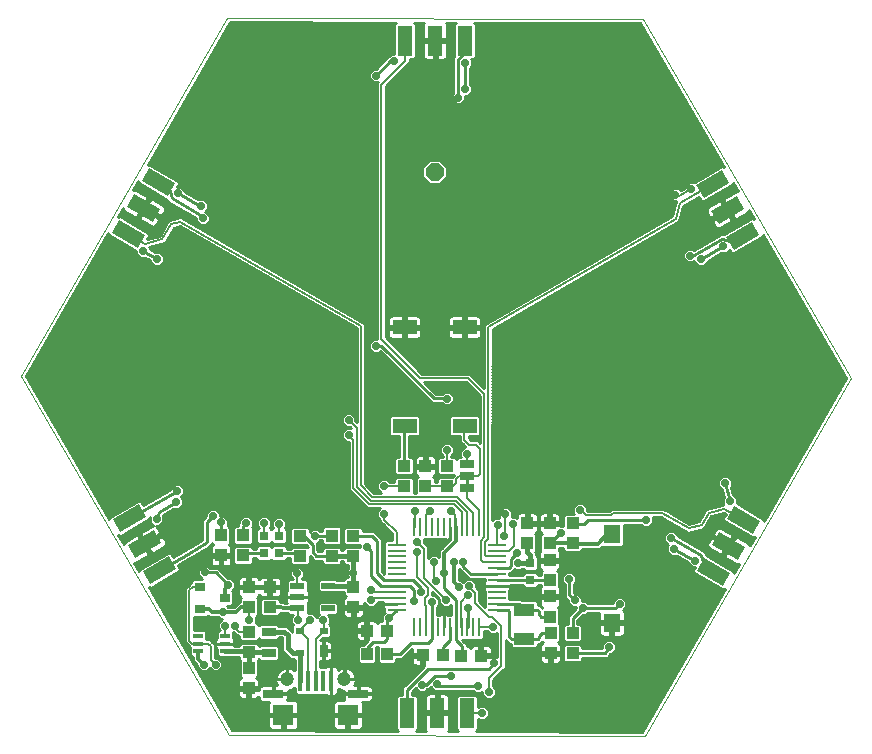
<source format=gtl>
G75*
%MOIN*%
%OFA0B0*%
%FSLAX25Y25*%
%IPPOS*%
%LPD*%
%AMOC8*
5,1,8,0,0,1.08239X$1,22.5*
%
%ADD10C,0.00000*%
%ADD11R,0.03937X0.04331*%
%ADD12R,0.04331X0.03937*%
%ADD13R,0.02756X0.03937*%
%ADD14R,0.02756X0.02362*%
%ADD15R,0.04724X0.03150*%
%ADD16OC8,0.06000*%
%ADD17R,0.05000X0.10000*%
%ADD18R,0.10000X0.05000*%
%ADD19R,0.02756X0.02953*%
%ADD20R,0.03150X0.03150*%
%ADD21R,0.03543X0.03150*%
%ADD22R,0.04724X0.02165*%
%ADD23R,0.03350X0.01400*%
%ADD24R,0.05906X0.01102*%
%ADD25R,0.01102X0.05906*%
%ADD26R,0.01575X0.07087*%
%ADD27R,0.07000X0.07000*%
%ADD28C,0.04724*%
%ADD29R,0.06693X0.02500*%
%ADD30R,0.07087X0.03937*%
%ADD31R,0.07972X0.05020*%
%ADD32C,0.01000*%
%ADD33R,0.05000X0.02500*%
%ADD34R,0.05512X0.06299*%
%ADD35C,0.01600*%
%ADD36OC8,0.02400*%
%ADD37OC8,0.02381*%
%ADD38C,0.01200*%
%ADD39C,0.00600*%
D10*
X0156177Y0131750D02*
X0294617Y0131378D01*
X0363514Y0250712D01*
X0293972Y0370419D01*
X0155532Y0370791D01*
X0086634Y0251457D01*
X0156177Y0131750D01*
D11*
X0162624Y0147315D03*
X0162624Y0154008D03*
X0162674Y0174365D03*
X0162674Y0181058D03*
X0153374Y0191565D03*
X0153374Y0198258D03*
X0197524Y0181058D03*
X0197524Y0174365D03*
X0201978Y0158562D03*
X0208670Y0158562D03*
X0255424Y0195615D03*
X0255424Y0202308D03*
X0262937Y0202321D03*
X0262937Y0195628D03*
X0262974Y0190008D03*
X0262974Y0183315D03*
X0263074Y0177908D03*
X0263074Y0171215D03*
X0263274Y0165708D03*
X0263274Y0159015D03*
X0221524Y0214667D03*
X0221524Y0221360D03*
D12*
X0214325Y0221408D03*
X0214325Y0214715D03*
X0228725Y0214715D03*
X0228725Y0221408D03*
X0197374Y0198108D03*
X0197374Y0191415D03*
X0190274Y0191465D03*
X0190274Y0198158D03*
X0179624Y0198108D03*
X0179624Y0191415D03*
X0169674Y0181058D03*
X0169674Y0174365D03*
X0162674Y0166058D03*
X0162674Y0159365D03*
X0160724Y0191565D03*
X0160724Y0198258D03*
X0201978Y0166512D03*
X0208670Y0166512D03*
X0220628Y0158262D03*
X0227320Y0158262D03*
X0233328Y0158212D03*
X0240020Y0158212D03*
X0270574Y0158965D03*
X0270574Y0165658D03*
X0270574Y0195665D03*
X0270574Y0202358D03*
D13*
X0187561Y0159759D03*
D14*
X0187561Y0166452D03*
X0179687Y0166452D03*
X0179687Y0158972D03*
D15*
X0169324Y0159068D03*
X0169324Y0166155D03*
D16*
X0224625Y0319362D03*
D17*
X0224752Y0363105D03*
X0234752Y0363105D03*
X0214752Y0363105D03*
X0215397Y0139064D03*
X0225397Y0139064D03*
X0235397Y0139064D03*
D18*
G36*
X0314490Y0190800D02*
X0323150Y0185801D01*
X0320650Y0181470D01*
X0311990Y0186469D01*
X0314490Y0190800D01*
G37*
G36*
X0319490Y0199460D02*
X0328150Y0194461D01*
X0325650Y0190130D01*
X0316990Y0195129D01*
X0319490Y0199460D01*
G37*
G36*
X0324490Y0208120D02*
X0333150Y0203121D01*
X0330650Y0198790D01*
X0321990Y0203789D01*
X0324490Y0208120D01*
G37*
G36*
X0321713Y0297758D02*
X0330373Y0302757D01*
X0332873Y0298426D01*
X0324213Y0293427D01*
X0321713Y0297758D01*
G37*
G36*
X0316713Y0306418D02*
X0325373Y0311417D01*
X0327873Y0307086D01*
X0319213Y0302087D01*
X0316713Y0306418D01*
G37*
G36*
X0311713Y0315078D02*
X0320373Y0320077D01*
X0322873Y0315746D01*
X0314213Y0310747D01*
X0311713Y0315078D01*
G37*
G36*
X0135658Y0311369D02*
X0126998Y0316368D01*
X0129498Y0320699D01*
X0138158Y0315700D01*
X0135658Y0311369D01*
G37*
G36*
X0130658Y0302709D02*
X0121998Y0307708D01*
X0124498Y0312039D01*
X0133158Y0307040D01*
X0130658Y0302709D01*
G37*
G36*
X0125658Y0294049D02*
X0116998Y0299048D01*
X0119498Y0303379D01*
X0128158Y0298380D01*
X0125658Y0294049D01*
G37*
G36*
X0128481Y0204348D02*
X0119821Y0199349D01*
X0117321Y0203680D01*
X0125981Y0208679D01*
X0128481Y0204348D01*
G37*
G36*
X0133481Y0195688D02*
X0124821Y0190689D01*
X0122321Y0195020D01*
X0130981Y0200019D01*
X0133481Y0195688D01*
G37*
G36*
X0138481Y0187027D02*
X0129821Y0182028D01*
X0127321Y0186359D01*
X0135981Y0191358D01*
X0138481Y0187027D01*
G37*
D19*
X0256424Y0189066D03*
X0256424Y0183357D03*
D20*
X0172674Y0192259D03*
X0167674Y0192259D03*
X0167674Y0198164D03*
X0172674Y0198164D03*
D21*
X0154605Y0177362D03*
X0146337Y0181102D03*
X0146337Y0173622D03*
D22*
X0178806Y0173972D03*
X0178806Y0177712D03*
X0178806Y0181452D03*
X0189042Y0181452D03*
X0189042Y0173972D03*
D23*
X0154699Y0164771D03*
X0154699Y0162212D03*
X0154699Y0159653D03*
X0145749Y0159653D03*
X0145749Y0162212D03*
X0145749Y0164771D03*
D24*
X0211891Y0173512D03*
X0211891Y0175481D03*
X0211891Y0177449D03*
X0211891Y0179418D03*
X0211891Y0181386D03*
X0211891Y0183355D03*
X0211891Y0185323D03*
X0211891Y0187292D03*
X0211891Y0189260D03*
X0211891Y0191229D03*
X0211891Y0193197D03*
X0211891Y0195166D03*
X0245356Y0195166D03*
X0245356Y0193197D03*
X0245356Y0191229D03*
X0245356Y0189260D03*
X0245356Y0187292D03*
X0245356Y0185323D03*
X0245356Y0183355D03*
X0245356Y0181386D03*
X0245356Y0179418D03*
X0245356Y0177449D03*
X0245356Y0175481D03*
X0245356Y0173512D03*
D25*
X0239451Y0167607D03*
X0237482Y0167607D03*
X0235514Y0167607D03*
X0233545Y0167607D03*
X0231577Y0167607D03*
X0229608Y0167607D03*
X0227640Y0167607D03*
X0225671Y0167607D03*
X0223702Y0167607D03*
X0221734Y0167607D03*
X0219765Y0167607D03*
X0217797Y0167607D03*
X0217797Y0201071D03*
X0219765Y0201071D03*
X0221734Y0201071D03*
X0223702Y0201071D03*
X0225671Y0201071D03*
X0227640Y0201071D03*
X0229608Y0201071D03*
X0231577Y0201071D03*
X0233545Y0201071D03*
X0235514Y0201071D03*
X0237482Y0201071D03*
X0239451Y0201071D03*
D26*
X0190047Y0149819D03*
X0187488Y0149819D03*
X0184929Y0149819D03*
X0182370Y0149819D03*
X0179811Y0149819D03*
D27*
X0174201Y0138402D03*
X0195658Y0138402D03*
D28*
X0194477Y0150331D03*
X0175382Y0150331D03*
D29*
X0170756Y0145489D03*
X0199103Y0145489D03*
D30*
X0254524Y0163690D03*
X0254524Y0173533D03*
D31*
X0234567Y0234847D03*
X0214586Y0234847D03*
X0214586Y0267619D03*
X0234567Y0267619D03*
D32*
X0159155Y0148034D02*
X0148451Y0148034D01*
X0149031Y0147036D02*
X0162140Y0147036D01*
X0162140Y0146831D02*
X0159155Y0146831D01*
X0159155Y0144952D01*
X0159258Y0144571D01*
X0159455Y0144229D01*
X0159734Y0143950D01*
X0160076Y0143752D01*
X0160458Y0143650D01*
X0162140Y0143650D01*
X0162140Y0146831D01*
X0163108Y0146831D01*
X0163108Y0143650D01*
X0164790Y0143650D01*
X0165171Y0143752D01*
X0165513Y0143950D01*
X0165793Y0144229D01*
X0165910Y0144431D01*
X0165910Y0144041D01*
X0166012Y0143660D01*
X0166209Y0143318D01*
X0166489Y0143038D01*
X0166831Y0142841D01*
X0167212Y0142739D01*
X0169452Y0142739D01*
X0169303Y0142481D01*
X0169201Y0142099D01*
X0169201Y0138886D01*
X0173717Y0138886D01*
X0173717Y0137918D01*
X0174685Y0137918D01*
X0174685Y0138886D01*
X0179201Y0138886D01*
X0179201Y0142099D01*
X0179099Y0142481D01*
X0178901Y0142823D01*
X0178622Y0143102D01*
X0178280Y0143300D01*
X0177898Y0143402D01*
X0175352Y0143402D01*
X0175500Y0143660D01*
X0175602Y0144041D01*
X0175602Y0145364D01*
X0170881Y0145364D01*
X0170881Y0145614D01*
X0170631Y0145614D01*
X0170631Y0148239D01*
X0167212Y0148239D01*
X0166831Y0148136D01*
X0166489Y0147939D01*
X0166209Y0147660D01*
X0166012Y0147318D01*
X0165910Y0146936D01*
X0165910Y0146831D01*
X0163108Y0146831D01*
X0163108Y0147800D01*
X0166092Y0147800D01*
X0166092Y0149678D01*
X0165990Y0150060D01*
X0165793Y0150402D01*
X0165513Y0150681D01*
X0165179Y0150874D01*
X0165692Y0151387D01*
X0165692Y0156629D01*
X0165660Y0156662D01*
X0165939Y0156941D01*
X0165939Y0156960D01*
X0166506Y0156394D01*
X0172142Y0156394D01*
X0172786Y0157038D01*
X0172786Y0161099D01*
X0172142Y0161743D01*
X0166506Y0161743D01*
X0166028Y0161265D01*
X0165939Y0161265D01*
X0165939Y0161789D01*
X0165295Y0162434D01*
X0160053Y0162434D01*
X0159409Y0161789D01*
X0159409Y0161553D01*
X0157874Y0161553D01*
X0157874Y0162212D01*
X0157874Y0163109D01*
X0157772Y0163491D01*
X0157574Y0163833D01*
X0157474Y0163933D01*
X0157474Y0165912D01*
X0157594Y0165912D01*
X0158074Y0165432D01*
X0158074Y0165432D01*
X0158558Y0164948D01*
X0158894Y0164612D01*
X0158894Y0164612D01*
X0158894Y0164612D01*
X0159390Y0164612D01*
X0159409Y0164612D01*
X0159409Y0163634D01*
X0160053Y0162990D01*
X0165295Y0162990D01*
X0165939Y0163634D01*
X0165939Y0164047D01*
X0166506Y0163480D01*
X0172142Y0163480D01*
X0172786Y0164125D01*
X0172786Y0164312D01*
X0173637Y0164312D01*
X0173824Y0164125D01*
X0173824Y0160646D01*
X0173824Y0159775D01*
X0173824Y0159775D01*
X0173824Y0159775D01*
X0174431Y0159168D01*
X0175414Y0158185D01*
X0175414Y0158185D01*
X0175892Y0157707D01*
X0176527Y0157072D01*
X0177472Y0157072D01*
X0177853Y0156690D01*
X0177911Y0156690D01*
X0177911Y0153264D01*
X0177844Y0153331D01*
X0177211Y0153754D01*
X0176509Y0154045D01*
X0175762Y0154193D01*
X0175473Y0154193D01*
X0175473Y0150422D01*
X0175291Y0150422D01*
X0175291Y0150241D01*
X0171520Y0150241D01*
X0171520Y0149951D01*
X0171668Y0149205D01*
X0171959Y0148502D01*
X0172135Y0148239D01*
X0170881Y0148239D01*
X0170881Y0145614D01*
X0175602Y0145614D01*
X0175602Y0146469D01*
X0175762Y0146469D01*
X0176509Y0146617D01*
X0177211Y0146908D01*
X0177844Y0147331D01*
X0177924Y0147411D01*
X0177924Y0145820D01*
X0178568Y0145176D01*
X0181054Y0145176D01*
X0181091Y0145212D01*
X0181127Y0145176D01*
X0183613Y0145176D01*
X0183650Y0145212D01*
X0183686Y0145176D01*
X0186172Y0145176D01*
X0186209Y0145212D01*
X0186245Y0145176D01*
X0188239Y0145176D01*
X0188339Y0145076D01*
X0188681Y0144878D01*
X0189062Y0144776D01*
X0190047Y0144776D01*
X0190047Y0149819D01*
X0190047Y0149819D01*
X0190047Y0144776D01*
X0191032Y0144776D01*
X0191414Y0144878D01*
X0191756Y0145076D01*
X0192035Y0145355D01*
X0192233Y0145697D01*
X0192335Y0146078D01*
X0192335Y0147117D01*
X0192647Y0146908D01*
X0193350Y0146617D01*
X0194096Y0146469D01*
X0194256Y0146469D01*
X0194256Y0145614D01*
X0198977Y0145614D01*
X0198977Y0148239D01*
X0197723Y0148239D01*
X0197899Y0148502D01*
X0198190Y0149205D01*
X0198339Y0149951D01*
X0198339Y0150241D01*
X0194567Y0150241D01*
X0194567Y0150422D01*
X0194386Y0150422D01*
X0194386Y0154193D01*
X0194096Y0154193D01*
X0193350Y0154045D01*
X0192647Y0153754D01*
X0192335Y0153545D01*
X0192335Y0153560D01*
X0192233Y0153942D01*
X0192035Y0154284D01*
X0191756Y0154563D01*
X0191414Y0154760D01*
X0191032Y0154863D01*
X0190047Y0154863D01*
X0189062Y0154863D01*
X0188681Y0154760D01*
X0188339Y0154563D01*
X0188239Y0154463D01*
X0186329Y0154463D01*
X0186329Y0156290D01*
X0187372Y0156290D01*
X0187372Y0159570D01*
X0187750Y0159570D01*
X0187750Y0159948D01*
X0187372Y0159948D01*
X0187372Y0163227D01*
X0186329Y0163227D01*
X0186329Y0163240D01*
X0187260Y0164171D01*
X0189395Y0164171D01*
X0190039Y0164815D01*
X0190039Y0168089D01*
X0189395Y0168733D01*
X0189348Y0168733D01*
X0189824Y0169209D01*
X0189824Y0171114D01*
X0189149Y0171789D01*
X0191860Y0171789D01*
X0192504Y0172433D01*
X0192504Y0175510D01*
X0191860Y0176154D01*
X0186224Y0176154D01*
X0185580Y0175510D01*
X0185580Y0172433D01*
X0186061Y0171952D01*
X0185274Y0171164D01*
X0183977Y0172462D01*
X0182268Y0172462D01*
X0182268Y0175510D01*
X0182219Y0175559D01*
X0182368Y0175708D01*
X0182566Y0176050D01*
X0182668Y0176432D01*
X0182668Y0177670D01*
X0178847Y0177670D01*
X0178847Y0177753D01*
X0182668Y0177753D01*
X0182668Y0178992D01*
X0182566Y0179373D01*
X0182368Y0179715D01*
X0182219Y0179865D01*
X0182268Y0179914D01*
X0182268Y0182990D01*
X0181624Y0183635D01*
X0180224Y0183635D01*
X0180224Y0183709D01*
X0181124Y0184609D01*
X0181124Y0186514D01*
X0179777Y0187862D01*
X0177871Y0187862D01*
X0176524Y0186514D01*
X0176524Y0184609D01*
X0177424Y0183709D01*
X0177424Y0183635D01*
X0175988Y0183635D01*
X0175344Y0182990D01*
X0175344Y0179914D01*
X0175393Y0179865D01*
X0175243Y0179715D01*
X0175046Y0179373D01*
X0174944Y0178992D01*
X0174944Y0177753D01*
X0178764Y0177753D01*
X0178764Y0177670D01*
X0174944Y0177670D01*
X0174944Y0176432D01*
X0175046Y0176050D01*
X0175243Y0175708D01*
X0175290Y0175662D01*
X0174628Y0175662D01*
X0174332Y0175958D01*
X0174225Y0176065D01*
X0174225Y0176065D01*
X0172939Y0176065D01*
X0172939Y0176789D01*
X0172295Y0177434D01*
X0167053Y0177434D01*
X0166409Y0176789D01*
X0166409Y0171941D01*
X0167053Y0171297D01*
X0172295Y0171297D01*
X0172939Y0171941D01*
X0172939Y0172542D01*
X0173220Y0172262D01*
X0173931Y0172262D01*
X0174628Y0172262D01*
X0175515Y0172262D01*
X0175988Y0171789D01*
X0177248Y0171789D01*
X0176624Y0171164D01*
X0176624Y0169259D01*
X0177502Y0168381D01*
X0177209Y0168089D01*
X0177209Y0166114D01*
X0177077Y0166246D01*
X0176324Y0166999D01*
X0175866Y0167457D01*
X0175211Y0168112D01*
X0174420Y0168112D01*
X0173637Y0168112D01*
X0173637Y0168112D01*
X0172786Y0168112D01*
X0172786Y0168185D01*
X0172142Y0168830D01*
X0166506Y0168830D01*
X0165939Y0168263D01*
X0165939Y0168482D01*
X0165295Y0169127D01*
X0164892Y0169127D01*
X0164974Y0169209D01*
X0164974Y0171100D01*
X0165098Y0171100D01*
X0165742Y0171744D01*
X0165742Y0176986D01*
X0165229Y0177499D01*
X0165564Y0177692D01*
X0165843Y0177972D01*
X0166040Y0178314D01*
X0166102Y0178544D01*
X0166111Y0178511D01*
X0166308Y0178169D01*
X0166588Y0177889D01*
X0166930Y0177692D01*
X0167311Y0177590D01*
X0169190Y0177590D01*
X0169190Y0180574D01*
X0170158Y0180574D01*
X0170158Y0177590D01*
X0172037Y0177590D01*
X0172418Y0177692D01*
X0172760Y0177889D01*
X0173040Y0178169D01*
X0173237Y0178511D01*
X0173339Y0178892D01*
X0173339Y0180574D01*
X0170158Y0180574D01*
X0170158Y0181542D01*
X0173339Y0181542D01*
X0173339Y0183224D01*
X0173237Y0183606D01*
X0173040Y0183948D01*
X0172760Y0184227D01*
X0172418Y0184424D01*
X0172037Y0184527D01*
X0170158Y0184527D01*
X0170158Y0181542D01*
X0169190Y0181542D01*
X0169190Y0180574D01*
X0166009Y0180574D01*
X0163158Y0180574D01*
X0163158Y0181542D01*
X0166142Y0181542D01*
X0166142Y0181542D01*
X0169190Y0181542D01*
X0169190Y0184527D01*
X0167311Y0184527D01*
X0166930Y0184424D01*
X0166588Y0184227D01*
X0166308Y0183948D01*
X0166111Y0183606D01*
X0166102Y0183572D01*
X0166040Y0183802D01*
X0165843Y0184145D01*
X0165564Y0184424D01*
X0165221Y0184621D01*
X0164840Y0184723D01*
X0163158Y0184723D01*
X0163158Y0181542D01*
X0162190Y0181542D01*
X0162190Y0180574D01*
X0159205Y0180574D01*
X0159205Y0178695D01*
X0159308Y0178314D01*
X0159505Y0177972D01*
X0159784Y0177692D01*
X0160119Y0177499D01*
X0159605Y0176986D01*
X0159605Y0176065D01*
X0159273Y0176065D01*
X0158908Y0175700D01*
X0158278Y0175069D01*
X0157670Y0174462D01*
X0155627Y0174462D01*
X0155401Y0174687D01*
X0156832Y0174687D01*
X0157476Y0175331D01*
X0157476Y0179392D01*
X0157167Y0179702D01*
X0158174Y0180709D01*
X0158174Y0182614D01*
X0156827Y0183962D01*
X0155837Y0183962D01*
X0152284Y0187514D01*
X0149778Y0187514D01*
X0149088Y0188205D01*
X0147190Y0188205D01*
X0145849Y0186863D01*
X0145849Y0184965D01*
X0147037Y0183777D01*
X0144110Y0183777D01*
X0143465Y0183132D01*
X0143465Y0182562D01*
X0143394Y0182562D01*
X0142574Y0181742D01*
X0142574Y0181742D01*
X0142294Y0181462D01*
X0141474Y0180642D01*
X0141474Y0163188D01*
X0141474Y0162632D01*
X0141474Y0162632D01*
X0141474Y0162632D01*
X0141843Y0162263D01*
X0142474Y0161632D01*
X0142474Y0161632D01*
X0142974Y0161132D01*
X0142974Y0161056D01*
X0143098Y0160932D01*
X0142974Y0160808D01*
X0142974Y0158497D01*
X0143618Y0157853D01*
X0144049Y0157853D01*
X0144049Y0156433D01*
X0144091Y0156390D01*
X0145045Y0155437D01*
X0145374Y0155108D01*
X0145374Y0154259D01*
X0146721Y0152912D01*
X0148627Y0152912D01*
X0149624Y0153909D01*
X0150621Y0152912D01*
X0152527Y0152912D01*
X0153874Y0154259D01*
X0153874Y0156164D01*
X0152527Y0157512D01*
X0151374Y0157512D01*
X0151374Y0161371D01*
X0151374Y0161892D01*
X0150946Y0162320D01*
X0150474Y0162792D01*
X0150082Y0163184D01*
X0149654Y0163612D01*
X0149146Y0163612D01*
X0148521Y0163612D01*
X0148524Y0163615D01*
X0148524Y0165926D01*
X0147880Y0166571D01*
X0144274Y0166571D01*
X0144274Y0170947D01*
X0148564Y0170947D01*
X0149125Y0171507D01*
X0149570Y0171062D01*
X0149570Y0171062D01*
X0149570Y0171062D01*
X0150278Y0171062D01*
X0152521Y0171062D01*
X0153121Y0170462D01*
X0153771Y0170462D01*
X0152474Y0169164D01*
X0152474Y0167259D01*
X0153162Y0166571D01*
X0152568Y0166571D01*
X0151924Y0165926D01*
X0151924Y0163933D01*
X0151824Y0163833D01*
X0151626Y0163491D01*
X0151524Y0163109D01*
X0151524Y0162212D01*
X0154699Y0162212D01*
X0157874Y0162212D01*
X0154699Y0162212D01*
X0154699Y0162212D01*
X0154699Y0162212D01*
X0151524Y0162212D01*
X0151524Y0161314D01*
X0151626Y0160933D01*
X0151824Y0160591D01*
X0151924Y0160490D01*
X0151924Y0158497D01*
X0152568Y0157853D01*
X0153812Y0157853D01*
X0153912Y0157753D01*
X0159409Y0157753D01*
X0159409Y0156941D01*
X0159638Y0156712D01*
X0159555Y0156629D01*
X0159555Y0151387D01*
X0160069Y0150874D01*
X0159734Y0150681D01*
X0159455Y0150402D01*
X0159258Y0150060D01*
X0159155Y0149678D01*
X0159155Y0147800D01*
X0162140Y0147800D01*
X0162140Y0146831D01*
X0162140Y0146037D02*
X0163108Y0146037D01*
X0163108Y0145039D02*
X0162140Y0145039D01*
X0162140Y0144040D02*
X0163108Y0144040D01*
X0165604Y0144040D02*
X0165910Y0144040D01*
X0166485Y0143042D02*
X0151352Y0143042D01*
X0151932Y0142043D02*
X0169201Y0142043D01*
X0169201Y0141045D02*
X0152512Y0141045D01*
X0153092Y0140046D02*
X0169201Y0140046D01*
X0169201Y0139048D02*
X0153672Y0139048D01*
X0154252Y0138049D02*
X0173717Y0138049D01*
X0173717Y0137918D02*
X0169201Y0137918D01*
X0169201Y0134704D01*
X0169303Y0134323D01*
X0169501Y0133981D01*
X0169780Y0133702D01*
X0170122Y0133504D01*
X0170503Y0133402D01*
X0173717Y0133402D01*
X0173717Y0137918D01*
X0173717Y0137051D02*
X0174685Y0137051D01*
X0174685Y0137918D02*
X0174685Y0133402D01*
X0177898Y0133402D01*
X0178280Y0133504D01*
X0178622Y0133702D01*
X0178901Y0133981D01*
X0179099Y0134323D01*
X0179201Y0134704D01*
X0179201Y0137918D01*
X0174685Y0137918D01*
X0174685Y0138049D02*
X0195173Y0138049D01*
X0195173Y0137918D02*
X0190658Y0137918D01*
X0190658Y0134704D01*
X0190760Y0134323D01*
X0190957Y0133981D01*
X0191237Y0133702D01*
X0191579Y0133504D01*
X0191960Y0133402D01*
X0195173Y0133402D01*
X0195173Y0137918D01*
X0195173Y0138886D01*
X0190658Y0138886D01*
X0190658Y0142099D01*
X0190760Y0142481D01*
X0190957Y0142823D01*
X0191237Y0143102D01*
X0191579Y0143300D01*
X0191960Y0143402D01*
X0194507Y0143402D01*
X0194358Y0143660D01*
X0194256Y0144041D01*
X0194256Y0145364D01*
X0198977Y0145364D01*
X0198977Y0145614D01*
X0199228Y0145614D01*
X0203949Y0145614D01*
X0203949Y0146936D01*
X0203847Y0147318D01*
X0203649Y0147660D01*
X0203370Y0147939D01*
X0203028Y0148136D01*
X0202646Y0148239D01*
X0199228Y0148239D01*
X0199228Y0145614D01*
X0199228Y0145364D01*
X0203949Y0145364D01*
X0203949Y0144041D01*
X0203847Y0143660D01*
X0203649Y0143318D01*
X0203370Y0143038D01*
X0203028Y0142841D01*
X0202646Y0142739D01*
X0200407Y0142739D01*
X0200555Y0142481D01*
X0200658Y0142099D01*
X0200658Y0138886D01*
X0196142Y0138886D01*
X0196142Y0137918D01*
X0200658Y0137918D01*
X0200658Y0134704D01*
X0200555Y0134323D01*
X0200358Y0133981D01*
X0200079Y0133702D01*
X0199737Y0133504D01*
X0199355Y0133402D01*
X0196142Y0133402D01*
X0196142Y0137918D01*
X0195173Y0137918D01*
X0195173Y0137051D02*
X0196142Y0137051D01*
X0196142Y0138049D02*
X0211797Y0138049D01*
X0211797Y0137051D02*
X0200658Y0137051D01*
X0200658Y0136052D02*
X0211797Y0136052D01*
X0211797Y0135054D02*
X0200658Y0135054D01*
X0200401Y0134055D02*
X0211797Y0134055D01*
X0211797Y0133609D02*
X0212306Y0133099D01*
X0157041Y0133248D01*
X0129280Y0181034D01*
X0129976Y0180848D01*
X0139425Y0186303D01*
X0139661Y0187184D01*
X0138983Y0188358D01*
X0142461Y0190365D01*
X0142471Y0190363D01*
X0143034Y0190696D01*
X0143600Y0191023D01*
X0143602Y0191033D01*
X0149222Y0194361D01*
X0149447Y0194361D01*
X0149773Y0194687D01*
X0150170Y0194922D01*
X0150225Y0195140D01*
X0150384Y0195298D01*
X0150384Y0195559D01*
X0150819Y0195124D01*
X0150484Y0194931D01*
X0150205Y0194652D01*
X0150008Y0194310D01*
X0149905Y0193928D01*
X0149905Y0192050D01*
X0152890Y0192050D01*
X0152890Y0191081D01*
X0153858Y0191081D01*
X0153858Y0187900D01*
X0155540Y0187900D01*
X0155921Y0188002D01*
X0156264Y0188200D01*
X0156543Y0188479D01*
X0156740Y0188821D01*
X0156842Y0189202D01*
X0156842Y0191081D01*
X0153858Y0191081D01*
X0153858Y0192050D01*
X0156842Y0192050D01*
X0156842Y0193928D01*
X0156740Y0194310D01*
X0156543Y0194652D01*
X0156264Y0194931D01*
X0155929Y0195124D01*
X0156442Y0195637D01*
X0156442Y0200879D01*
X0155798Y0201524D01*
X0155638Y0201524D01*
X0155724Y0201609D01*
X0155724Y0203514D01*
X0154377Y0204862D01*
X0153048Y0204862D01*
X0153048Y0205686D01*
X0151706Y0207028D01*
X0149809Y0207028D01*
X0148467Y0205686D01*
X0148467Y0204710D01*
X0147184Y0203426D01*
X0147184Y0196873D01*
X0141418Y0193458D01*
X0137383Y0191129D01*
X0136706Y0192303D01*
X0135825Y0192539D01*
X0126376Y0187083D01*
X0126183Y0186365D01*
X0124528Y0189214D01*
X0124623Y0189189D01*
X0125018Y0189189D01*
X0125399Y0189291D01*
X0129468Y0191640D01*
X0127718Y0194671D01*
X0128584Y0195171D01*
X0128084Y0196037D01*
X0133280Y0199037D01*
X0132181Y0200940D01*
X0131902Y0201219D01*
X0131636Y0201372D01*
X0132845Y0201372D01*
X0134187Y0202714D01*
X0134187Y0204612D01*
X0133888Y0204911D01*
X0133929Y0205067D01*
X0137504Y0207131D01*
X0139220Y0207131D01*
X0140562Y0208473D01*
X0140562Y0210371D01*
X0139901Y0211032D01*
X0141140Y0212271D01*
X0141140Y0214169D01*
X0139798Y0215510D01*
X0137901Y0215510D01*
X0136559Y0214169D01*
X0136559Y0213745D01*
X0127384Y0208448D01*
X0126706Y0209623D01*
X0125825Y0209859D01*
X0116376Y0204404D01*
X0116164Y0203612D01*
X0088368Y0251459D01*
X0115854Y0299067D01*
X0116054Y0298324D01*
X0125006Y0293155D01*
X0125006Y0292142D01*
X0126348Y0290800D01*
X0128064Y0290800D01*
X0129632Y0289894D01*
X0129632Y0289355D01*
X0130974Y0288013D01*
X0132872Y0288013D01*
X0134214Y0289355D01*
X0134214Y0291252D01*
X0132872Y0292594D01*
X0131356Y0292594D01*
X0129587Y0293615D01*
X0129587Y0294039D01*
X0129320Y0294306D01*
X0134723Y0295754D01*
X0134749Y0295798D01*
X0137673Y0300863D01*
X0139560Y0301369D01*
X0198598Y0267284D01*
X0198600Y0267247D01*
X0198600Y0236017D01*
X0198200Y0236417D01*
X0198200Y0237690D01*
X0196852Y0239037D01*
X0194947Y0239037D01*
X0193600Y0237690D01*
X0193600Y0235785D01*
X0194947Y0234437D01*
X0196220Y0234437D01*
X0196720Y0233937D01*
X0194947Y0233937D01*
X0193600Y0232590D01*
X0193600Y0230685D01*
X0194947Y0229337D01*
X0196000Y0229337D01*
X0196000Y0213358D01*
X0196088Y0213269D01*
X0201250Y0208108D01*
X0201250Y0208108D01*
X0201982Y0207376D01*
X0202070Y0207287D01*
X0206497Y0207287D01*
X0205500Y0206290D01*
X0205500Y0204385D01*
X0206400Y0203485D01*
X0206400Y0202858D01*
X0207220Y0202037D01*
X0210500Y0198758D01*
X0210500Y0196817D01*
X0208483Y0196817D01*
X0207839Y0196172D01*
X0207839Y0185370D01*
X0206930Y0186239D01*
X0207018Y0195693D01*
X0207024Y0195699D01*
X0207024Y0196354D01*
X0207030Y0197010D01*
X0207024Y0197016D01*
X0207024Y0197024D01*
X0206561Y0197488D01*
X0206102Y0197956D01*
X0206093Y0197956D01*
X0204340Y0199708D01*
X0200639Y0199708D01*
X0200639Y0200532D01*
X0199995Y0201177D01*
X0194753Y0201177D01*
X0194109Y0200532D01*
X0194109Y0195684D01*
X0194753Y0195040D01*
X0199724Y0195040D01*
X0199724Y0194484D01*
X0194753Y0194484D01*
X0194109Y0193839D01*
X0194109Y0193392D01*
X0193539Y0193388D01*
X0193539Y0193889D01*
X0192895Y0194534D01*
X0187653Y0194534D01*
X0187009Y0193889D01*
X0187009Y0193062D01*
X0185837Y0193062D01*
X0185524Y0193374D01*
X0185524Y0194549D01*
X0185524Y0195862D01*
X0185777Y0195862D01*
X0186473Y0196558D01*
X0187009Y0196558D01*
X0187009Y0195734D01*
X0187653Y0195090D01*
X0192895Y0195090D01*
X0193539Y0195734D01*
X0193539Y0200582D01*
X0192895Y0201227D01*
X0187653Y0201227D01*
X0187009Y0200582D01*
X0187009Y0199758D01*
X0186480Y0199758D01*
X0185777Y0200462D01*
X0183871Y0200462D01*
X0182889Y0199480D01*
X0182889Y0200532D01*
X0182245Y0201177D01*
X0177003Y0201177D01*
X0176359Y0200532D01*
X0176359Y0195684D01*
X0177003Y0195040D01*
X0181833Y0195040D01*
X0182324Y0194549D01*
X0182324Y0194405D01*
X0182245Y0194484D01*
X0177003Y0194484D01*
X0176378Y0193859D01*
X0175349Y0193859D01*
X0175349Y0194289D01*
X0174704Y0194934D01*
X0170644Y0194934D01*
X0170174Y0194464D01*
X0169704Y0194934D01*
X0165644Y0194934D01*
X0164999Y0194289D01*
X0164999Y0193859D01*
X0163989Y0193859D01*
X0163989Y0193989D01*
X0163345Y0194634D01*
X0158103Y0194634D01*
X0157459Y0193989D01*
X0157459Y0189141D01*
X0158103Y0188497D01*
X0163345Y0188497D01*
X0163989Y0189141D01*
X0163989Y0190659D01*
X0164999Y0190659D01*
X0164999Y0190228D01*
X0165644Y0189584D01*
X0169704Y0189584D01*
X0170174Y0190054D01*
X0170644Y0189584D01*
X0174704Y0189584D01*
X0175349Y0190228D01*
X0175349Y0190659D01*
X0176359Y0190659D01*
X0176359Y0188991D01*
X0177003Y0188347D01*
X0182245Y0188347D01*
X0182889Y0188991D01*
X0182889Y0191484D01*
X0183261Y0191112D01*
X0183261Y0191112D01*
X0184095Y0190278D01*
X0184511Y0189862D01*
X0184511Y0189862D01*
X0184511Y0189862D01*
X0185106Y0189862D01*
X0187009Y0189862D01*
X0187009Y0189041D01*
X0187653Y0188397D01*
X0192895Y0188397D01*
X0193539Y0189041D01*
X0193539Y0189588D01*
X0194109Y0189592D01*
X0194109Y0188991D01*
X0194753Y0188347D01*
X0195574Y0188347D01*
X0195574Y0187164D01*
X0195224Y0186814D01*
X0195224Y0184909D01*
X0195624Y0184509D01*
X0195624Y0184324D01*
X0195100Y0184324D01*
X0194455Y0183679D01*
X0194455Y0183352D01*
X0192143Y0183352D01*
X0191860Y0183635D01*
X0186224Y0183635D01*
X0185580Y0182990D01*
X0185580Y0179914D01*
X0186224Y0179269D01*
X0191860Y0179269D01*
X0192143Y0179552D01*
X0194455Y0179552D01*
X0194455Y0178437D01*
X0194969Y0177924D01*
X0194634Y0177731D01*
X0194355Y0177452D01*
X0194158Y0177110D01*
X0194055Y0176728D01*
X0194055Y0174850D01*
X0197040Y0174850D01*
X0197040Y0173881D01*
X0198008Y0173881D01*
X0198008Y0170700D01*
X0199690Y0170700D01*
X0200071Y0170802D01*
X0200414Y0171000D01*
X0207117Y0171000D01*
X0207124Y0171007D02*
X0207088Y0170971D01*
X0207070Y0170954D01*
X0207070Y0170274D01*
X0207070Y0169628D01*
X0207070Y0169628D01*
X0207070Y0169580D01*
X0206049Y0169580D01*
X0205536Y0169067D01*
X0205343Y0169401D01*
X0205064Y0169681D01*
X0204722Y0169878D01*
X0204340Y0169980D01*
X0202462Y0169980D01*
X0202462Y0166996D01*
X0201493Y0166996D01*
X0201493Y0166027D01*
X0202462Y0166027D01*
X0202462Y0163512D01*
X0201315Y0162365D01*
X0200963Y0162013D01*
X0200777Y0161827D01*
X0199553Y0161827D01*
X0198909Y0161183D01*
X0198909Y0155941D01*
X0199553Y0155296D01*
X0204402Y0155296D01*
X0205046Y0155941D01*
X0205046Y0161112D01*
X0205602Y0161112D01*
X0205602Y0155941D01*
X0206246Y0155296D01*
X0211095Y0155296D01*
X0211739Y0155941D01*
X0211739Y0156962D01*
X0212261Y0156962D01*
X0212261Y0156962D01*
X0213587Y0156962D01*
X0214113Y0157488D01*
X0214524Y0157899D01*
X0216962Y0160337D01*
X0216962Y0158746D01*
X0220143Y0158746D01*
X0220143Y0157777D01*
X0221112Y0157777D01*
X0221112Y0154854D01*
X0214734Y0148476D01*
X0214734Y0148476D01*
X0213854Y0147596D01*
X0213797Y0147539D01*
X0213797Y0145164D01*
X0212441Y0145164D01*
X0211797Y0144520D01*
X0211797Y0133609D01*
X0211797Y0139048D02*
X0200658Y0139048D01*
X0200658Y0140046D02*
X0211797Y0140046D01*
X0211797Y0141045D02*
X0200658Y0141045D01*
X0200658Y0142043D02*
X0211797Y0142043D01*
X0211797Y0143042D02*
X0203374Y0143042D01*
X0203949Y0144040D02*
X0211797Y0144040D01*
X0212316Y0145039D02*
X0203949Y0145039D01*
X0203949Y0146037D02*
X0213797Y0146037D01*
X0213797Y0147036D02*
X0203922Y0147036D01*
X0203204Y0148034D02*
X0214292Y0148034D01*
X0215291Y0149033D02*
X0198119Y0149033D01*
X0198339Y0150031D02*
X0216289Y0150031D01*
X0217288Y0151030D02*
X0198275Y0151030D01*
X0198339Y0150711D02*
X0198190Y0151458D01*
X0197899Y0152161D01*
X0197476Y0152793D01*
X0196939Y0153331D01*
X0196306Y0153754D01*
X0195603Y0154045D01*
X0194857Y0154193D01*
X0194567Y0154193D01*
X0194567Y0150422D01*
X0198339Y0150422D01*
X0198339Y0150711D01*
X0197954Y0152028D02*
X0218286Y0152028D01*
X0219285Y0153027D02*
X0197243Y0153027D01*
X0195650Y0154026D02*
X0220283Y0154026D01*
X0220143Y0154793D02*
X0220143Y0157777D01*
X0216962Y0157777D01*
X0216962Y0156096D01*
X0217064Y0155714D01*
X0217262Y0155372D01*
X0217541Y0155093D01*
X0217883Y0154895D01*
X0218265Y0154793D01*
X0220143Y0154793D01*
X0220143Y0155024D02*
X0221112Y0155024D01*
X0221112Y0156023D02*
X0220143Y0156023D01*
X0220143Y0157021D02*
X0221112Y0157021D01*
X0220143Y0158020D02*
X0214645Y0158020D01*
X0214524Y0157899D02*
X0214524Y0157899D01*
X0213646Y0157021D02*
X0216962Y0157021D01*
X0216982Y0156023D02*
X0211739Y0156023D01*
X0212924Y0158562D02*
X0208670Y0158562D01*
X0205602Y0159018D02*
X0205046Y0159018D01*
X0205046Y0158020D02*
X0205602Y0158020D01*
X0205602Y0157021D02*
X0205046Y0157021D01*
X0205046Y0156023D02*
X0205602Y0156023D01*
X0205602Y0160017D02*
X0205046Y0160017D01*
X0205046Y0161015D02*
X0205602Y0161015D01*
X0203924Y0162712D02*
X0207574Y0162712D01*
X0208624Y0163762D01*
X0208624Y0166465D01*
X0208670Y0166512D01*
X0208670Y0170291D01*
X0209012Y0170291D01*
X0209424Y0170703D01*
X0208670Y0170291D02*
X0211891Y0173512D01*
X0211891Y0175481D02*
X0207439Y0175481D01*
X0211891Y0175481D01*
X0211891Y0175481D01*
X0207839Y0173908D02*
X0207839Y0172505D01*
X0207906Y0172438D01*
X0207124Y0171656D01*
X0207124Y0171007D01*
X0207070Y0170954D02*
X0207070Y0170954D01*
X0207070Y0170954D01*
X0207070Y0170002D02*
X0189824Y0170002D01*
X0189824Y0171000D02*
X0194634Y0171000D01*
X0194977Y0170802D01*
X0195358Y0170700D01*
X0197040Y0170700D01*
X0197040Y0173881D01*
X0194055Y0173881D01*
X0194055Y0172002D01*
X0194158Y0171621D01*
X0194355Y0171279D01*
X0194634Y0171000D01*
X0194056Y0171999D02*
X0192070Y0171999D01*
X0192504Y0172997D02*
X0194055Y0172997D01*
X0192504Y0173996D02*
X0197040Y0173996D01*
X0198008Y0173996D02*
X0207751Y0173996D01*
X0207738Y0174008D02*
X0207839Y0173908D01*
X0207738Y0174008D02*
X0207541Y0174350D01*
X0207439Y0174732D01*
X0207439Y0175481D01*
X0207439Y0176062D01*
X0205574Y0176062D01*
X0205574Y0175809D01*
X0204227Y0174462D01*
X0202321Y0174462D01*
X0200992Y0175791D01*
X0200992Y0174850D01*
X0198008Y0174850D01*
X0198008Y0173881D01*
X0200992Y0173881D01*
X0200992Y0172002D01*
X0200890Y0171621D01*
X0200693Y0171279D01*
X0200414Y0171000D01*
X0200991Y0171999D02*
X0207467Y0171999D01*
X0207839Y0172997D02*
X0200992Y0172997D01*
X0200992Y0174994D02*
X0201789Y0174994D01*
X0204759Y0174994D02*
X0207439Y0174994D01*
X0207439Y0175993D02*
X0205574Y0175993D01*
X0206824Y0181362D02*
X0211867Y0181362D01*
X0216524Y0181362D01*
X0217674Y0180212D01*
X0217674Y0176462D01*
X0220174Y0179262D02*
X0220174Y0180637D01*
X0217450Y0183362D01*
X0211899Y0183362D01*
X0211891Y0183355D01*
X0211884Y0183362D01*
X0207624Y0183362D01*
X0205324Y0185562D01*
X0205424Y0196362D01*
X0203678Y0198108D01*
X0197374Y0198108D01*
X0194109Y0197960D02*
X0193539Y0197960D01*
X0193539Y0196962D02*
X0194109Y0196962D01*
X0194109Y0195963D02*
X0193539Y0195963D01*
X0193463Y0193966D02*
X0194235Y0193966D01*
X0190274Y0191465D02*
X0190270Y0191462D01*
X0185174Y0191462D01*
X0183924Y0192712D01*
X0183924Y0195212D01*
X0181028Y0198108D01*
X0179624Y0198108D01*
X0176359Y0197960D02*
X0175349Y0197960D01*
X0175349Y0196962D02*
X0176359Y0196962D01*
X0176359Y0195963D02*
X0175178Y0195963D01*
X0175349Y0196134D02*
X0174704Y0195490D01*
X0170644Y0195490D01*
X0170174Y0195959D01*
X0169704Y0195490D01*
X0165644Y0195490D01*
X0164999Y0196134D01*
X0164999Y0200195D01*
X0165644Y0200839D01*
X0165894Y0200839D01*
X0165424Y0201309D01*
X0165424Y0203214D01*
X0166771Y0204562D01*
X0168677Y0204562D01*
X0170024Y0203214D01*
X0170024Y0201309D01*
X0169554Y0200839D01*
X0169704Y0200839D01*
X0170174Y0200370D01*
X0170644Y0200839D01*
X0170694Y0200839D01*
X0170324Y0201209D01*
X0170324Y0203114D01*
X0171671Y0204462D01*
X0173577Y0204462D01*
X0174924Y0203114D01*
X0174924Y0201209D01*
X0174554Y0200839D01*
X0174704Y0200839D01*
X0175349Y0200195D01*
X0175349Y0196134D01*
X0175349Y0193966D02*
X0176485Y0193966D01*
X0178780Y0192259D02*
X0172674Y0192259D01*
X0170256Y0189972D02*
X0170092Y0189972D01*
X0167674Y0192259D02*
X0161418Y0192259D01*
X0160724Y0191565D01*
X0157459Y0191969D02*
X0153858Y0191969D01*
X0152890Y0191969D02*
X0145183Y0191969D01*
X0143509Y0190970D02*
X0149905Y0190970D01*
X0149905Y0191081D02*
X0149905Y0189202D01*
X0150008Y0188821D01*
X0150205Y0188479D01*
X0150484Y0188200D01*
X0150827Y0188002D01*
X0151208Y0187900D01*
X0152890Y0187900D01*
X0152890Y0191081D01*
X0149905Y0191081D01*
X0149905Y0189972D02*
X0141779Y0189972D01*
X0140050Y0188973D02*
X0149967Y0188973D01*
X0149318Y0187975D02*
X0150928Y0187975D01*
X0152890Y0187975D02*
X0153858Y0187975D01*
X0153858Y0188973D02*
X0152890Y0188973D01*
X0152890Y0189972D02*
X0153858Y0189972D01*
X0153858Y0190970D02*
X0152890Y0190970D01*
X0149905Y0192967D02*
X0146869Y0192967D01*
X0148555Y0193966D02*
X0149916Y0193966D01*
X0150180Y0194964D02*
X0150543Y0194964D01*
X0148784Y0195961D02*
X0148784Y0202764D01*
X0150758Y0204737D01*
X0150758Y0204735D01*
X0149584Y0203561D01*
X0148467Y0204950D02*
X0133898Y0204950D01*
X0134187Y0203951D02*
X0147709Y0203951D01*
X0147184Y0202953D02*
X0134187Y0202953D01*
X0133427Y0201954D02*
X0147184Y0201954D01*
X0147184Y0200956D02*
X0132165Y0200956D01*
X0132748Y0199957D02*
X0147184Y0199957D01*
X0147184Y0198959D02*
X0133145Y0198959D01*
X0133780Y0198171D02*
X0128584Y0195171D01*
X0130334Y0192139D01*
X0134402Y0194488D01*
X0134681Y0194768D01*
X0134878Y0195110D01*
X0134981Y0195491D01*
X0134981Y0195886D01*
X0134878Y0196268D01*
X0133780Y0198171D01*
X0133901Y0197960D02*
X0147184Y0197960D01*
X0147184Y0196962D02*
X0134478Y0196962D01*
X0134960Y0195963D02*
X0145647Y0195963D01*
X0143961Y0194964D02*
X0134795Y0194964D01*
X0133497Y0193966D02*
X0142275Y0193966D01*
X0142226Y0192077D02*
X0148784Y0195961D01*
X0153374Y0198258D02*
X0153374Y0202712D01*
X0153424Y0202562D01*
X0155287Y0203951D02*
X0159961Y0203951D01*
X0159424Y0203414D02*
X0159424Y0202424D01*
X0159124Y0202124D01*
X0159124Y0201606D01*
X0159124Y0201327D01*
X0158103Y0201327D01*
X0157459Y0200682D01*
X0157459Y0195834D01*
X0158103Y0195190D01*
X0163345Y0195190D01*
X0163989Y0195834D01*
X0163989Y0200682D01*
X0163593Y0201078D01*
X0164024Y0201509D01*
X0164024Y0203414D01*
X0162677Y0204762D01*
X0160771Y0204762D01*
X0159424Y0203414D01*
X0159424Y0202953D02*
X0155724Y0202953D01*
X0155724Y0201954D02*
X0159124Y0201954D01*
X0159124Y0202124D02*
X0159124Y0202124D01*
X0159124Y0202124D01*
X0160724Y0201462D02*
X0161724Y0202462D01*
X0160724Y0201462D02*
X0160724Y0198258D01*
X0163989Y0197960D02*
X0164999Y0197960D01*
X0164999Y0196962D02*
X0163989Y0196962D01*
X0163989Y0195963D02*
X0165170Y0195963D01*
X0164999Y0193966D02*
X0163989Y0193966D01*
X0163989Y0189972D02*
X0165256Y0189972D01*
X0163822Y0188973D02*
X0176376Y0188973D01*
X0176359Y0189972D02*
X0175092Y0189972D01*
X0176986Y0186976D02*
X0152822Y0186976D01*
X0153821Y0185978D02*
X0176524Y0185978D01*
X0176524Y0184979D02*
X0154819Y0184979D01*
X0155818Y0183981D02*
X0159411Y0183981D01*
X0159505Y0184145D02*
X0159308Y0183802D01*
X0159205Y0183421D01*
X0159205Y0181542D01*
X0162190Y0181542D01*
X0162190Y0184723D01*
X0160508Y0184723D01*
X0160127Y0184621D01*
X0159784Y0184424D01*
X0159505Y0184145D01*
X0159205Y0182982D02*
X0157806Y0182982D01*
X0158174Y0181984D02*
X0159205Y0181984D01*
X0158174Y0180985D02*
X0162190Y0180985D01*
X0163158Y0180985D02*
X0169190Y0180985D01*
X0170158Y0180985D02*
X0175344Y0180985D01*
X0175344Y0179987D02*
X0173339Y0179987D01*
X0173339Y0178988D02*
X0174944Y0178988D01*
X0174944Y0177990D02*
X0172861Y0177990D01*
X0172737Y0176991D02*
X0174944Y0176991D01*
X0175079Y0175993D02*
X0174297Y0175993D01*
X0174628Y0172262D02*
X0174628Y0172262D01*
X0175778Y0171999D02*
X0172939Y0171999D01*
X0173220Y0172262D02*
X0173220Y0172262D01*
X0173220Y0172262D01*
X0176624Y0171000D02*
X0164974Y0171000D01*
X0164974Y0170002D02*
X0176624Y0170002D01*
X0176880Y0169003D02*
X0165418Y0169003D01*
X0165742Y0171999D02*
X0166409Y0171999D01*
X0166409Y0172997D02*
X0165742Y0172997D01*
X0165742Y0173996D02*
X0166409Y0173996D01*
X0166409Y0174994D02*
X0165742Y0174994D01*
X0165742Y0175993D02*
X0166409Y0175993D01*
X0166611Y0176991D02*
X0165737Y0176991D01*
X0165853Y0177990D02*
X0166487Y0177990D01*
X0166009Y0180574D02*
X0166009Y0180574D01*
X0163158Y0181984D02*
X0162190Y0181984D01*
X0162190Y0182982D02*
X0163158Y0182982D01*
X0163158Y0183981D02*
X0162190Y0183981D01*
X0165937Y0183981D02*
X0166341Y0183981D01*
X0169190Y0183981D02*
X0170158Y0183981D01*
X0170158Y0182982D02*
X0169190Y0182982D01*
X0169190Y0181984D02*
X0170158Y0181984D01*
X0170158Y0179987D02*
X0169190Y0179987D01*
X0169190Y0178988D02*
X0170158Y0178988D01*
X0170158Y0177990D02*
X0169190Y0177990D01*
X0173339Y0181984D02*
X0175344Y0181984D01*
X0175344Y0182982D02*
X0173339Y0182982D01*
X0173006Y0183981D02*
X0177152Y0183981D01*
X0180496Y0183981D02*
X0194757Y0183981D01*
X0195224Y0184979D02*
X0181124Y0184979D01*
X0181124Y0185978D02*
X0195224Y0185978D01*
X0195386Y0186976D02*
X0180662Y0186976D01*
X0182872Y0188973D02*
X0187076Y0188973D01*
X0184401Y0189972D02*
X0182889Y0189972D01*
X0182889Y0190970D02*
X0183402Y0190970D01*
X0185524Y0193966D02*
X0187085Y0193966D01*
X0185524Y0194549D02*
X0185524Y0194549D01*
X0185524Y0194964D02*
X0199724Y0194964D01*
X0202024Y0194362D02*
X0203324Y0193062D01*
X0203324Y0184862D01*
X0206824Y0181362D01*
X0207204Y0185978D02*
X0207839Y0185978D01*
X0207839Y0186976D02*
X0206937Y0186976D01*
X0206946Y0187975D02*
X0207839Y0187975D01*
X0207839Y0188973D02*
X0206956Y0188973D01*
X0206965Y0189972D02*
X0207839Y0189972D01*
X0207839Y0190970D02*
X0206974Y0190970D01*
X0206983Y0191969D02*
X0207839Y0191969D01*
X0207839Y0192967D02*
X0206993Y0192967D01*
X0207002Y0193966D02*
X0207839Y0193966D01*
X0207839Y0194964D02*
X0207011Y0194964D01*
X0207024Y0195963D02*
X0207839Y0195963D01*
X0207030Y0196962D02*
X0210500Y0196962D01*
X0210500Y0197960D02*
X0206088Y0197960D01*
X0205090Y0198959D02*
X0210299Y0198959D01*
X0209300Y0199957D02*
X0200639Y0199957D01*
X0200216Y0200956D02*
X0208302Y0200956D01*
X0207303Y0201954D02*
X0174924Y0201954D01*
X0174924Y0202953D02*
X0206400Y0202953D01*
X0205933Y0203951D02*
X0174087Y0203951D01*
X0171161Y0203951D02*
X0169287Y0203951D01*
X0170024Y0202953D02*
X0170324Y0202953D01*
X0170324Y0201954D02*
X0170024Y0201954D01*
X0169670Y0200956D02*
X0170577Y0200956D01*
X0174671Y0200956D02*
X0176782Y0200956D01*
X0176359Y0199957D02*
X0175349Y0199957D01*
X0175349Y0198959D02*
X0176359Y0198959D01*
X0178780Y0192259D02*
X0179624Y0191415D01*
X0181908Y0194964D02*
X0156205Y0194964D01*
X0156442Y0195963D02*
X0157459Y0195963D01*
X0157459Y0196962D02*
X0156442Y0196962D01*
X0156442Y0197960D02*
X0157459Y0197960D01*
X0157459Y0198959D02*
X0156442Y0198959D01*
X0156442Y0199957D02*
X0157459Y0199957D01*
X0157732Y0200956D02*
X0156366Y0200956D01*
X0153048Y0204950D02*
X0205500Y0204950D01*
X0205500Y0205948D02*
X0152786Y0205948D01*
X0151788Y0206947D02*
X0206156Y0206947D01*
X0201412Y0207945D02*
X0140034Y0207945D01*
X0140562Y0208944D02*
X0200414Y0208944D01*
X0199415Y0209942D02*
X0140562Y0209942D01*
X0139992Y0210941D02*
X0198417Y0210941D01*
X0197418Y0211939D02*
X0140808Y0211939D01*
X0141140Y0212938D02*
X0196420Y0212938D01*
X0196000Y0213936D02*
X0141140Y0213936D01*
X0140374Y0214935D02*
X0196000Y0214935D01*
X0196000Y0215933D02*
X0109006Y0215933D01*
X0109586Y0214935D02*
X0137325Y0214935D01*
X0136559Y0213936D02*
X0110166Y0213936D01*
X0110746Y0212938D02*
X0135161Y0212938D01*
X0133432Y0211939D02*
X0111326Y0211939D01*
X0111906Y0210941D02*
X0131702Y0210941D01*
X0129973Y0209942D02*
X0112487Y0209942D01*
X0113067Y0208944D02*
X0124239Y0208944D01*
X0122510Y0207945D02*
X0113647Y0207945D01*
X0114227Y0206947D02*
X0120780Y0206947D01*
X0119051Y0205948D02*
X0114807Y0205948D01*
X0115387Y0204950D02*
X0117321Y0204950D01*
X0116255Y0203951D02*
X0115967Y0203951D01*
X0119207Y0198374D02*
X0119976Y0198168D01*
X0129425Y0203624D01*
X0129606Y0204299D01*
X0129606Y0202714D01*
X0130802Y0201519D01*
X0130783Y0201519D01*
X0130402Y0201416D01*
X0126334Y0199068D01*
X0128084Y0196037D01*
X0127218Y0195537D01*
X0125468Y0198568D01*
X0121399Y0196219D01*
X0121120Y0195940D01*
X0120923Y0195598D01*
X0120890Y0195476D01*
X0119207Y0198374D01*
X0119447Y0197960D02*
X0124415Y0197960D01*
X0125818Y0197960D02*
X0126973Y0197960D01*
X0126397Y0198959D02*
X0121345Y0198959D01*
X0123074Y0199957D02*
X0127874Y0199957D01*
X0129603Y0200956D02*
X0124803Y0200956D01*
X0126533Y0201954D02*
X0130366Y0201954D01*
X0129606Y0202953D02*
X0128262Y0202953D01*
X0129513Y0203951D02*
X0129606Y0203951D01*
X0131897Y0203663D02*
X0132555Y0206122D01*
X0138271Y0209422D01*
X0137184Y0206947D02*
X0149728Y0206947D01*
X0148729Y0205948D02*
X0135455Y0205948D01*
X0138850Y0213220D02*
X0122903Y0204013D01*
X0122901Y0204014D01*
X0127098Y0208944D02*
X0128243Y0208944D01*
X0131415Y0197960D02*
X0133415Y0197960D01*
X0131686Y0196962D02*
X0129686Y0196962D01*
X0129956Y0195963D02*
X0128126Y0195963D01*
X0127956Y0195963D02*
X0126971Y0195963D01*
X0126395Y0196962D02*
X0127550Y0196962D01*
X0128227Y0194964D02*
X0128703Y0194964D01*
X0129279Y0193966D02*
X0128124Y0193966D01*
X0128701Y0192967D02*
X0129856Y0192967D01*
X0129277Y0191969D02*
X0134838Y0191969D01*
X0133109Y0190970D02*
X0128309Y0190970D01*
X0126579Y0189972D02*
X0131379Y0189972D01*
X0129650Y0188973D02*
X0124668Y0188973D01*
X0125248Y0187975D02*
X0127920Y0187975D01*
X0126347Y0186976D02*
X0125828Y0186976D01*
X0132901Y0186693D02*
X0142226Y0192077D01*
X0140568Y0192967D02*
X0131768Y0192967D01*
X0136898Y0191969D02*
X0138838Y0191969D01*
X0139204Y0187975D02*
X0146960Y0187975D01*
X0145962Y0186976D02*
X0139606Y0186976D01*
X0138861Y0185978D02*
X0145849Y0185978D01*
X0145849Y0184979D02*
X0137132Y0184979D01*
X0135402Y0183981D02*
X0146833Y0183981D01*
X0148139Y0185914D02*
X0151621Y0185914D01*
X0155874Y0181662D01*
X0157452Y0179987D02*
X0159205Y0179987D01*
X0159205Y0178988D02*
X0157476Y0178988D01*
X0157476Y0177990D02*
X0159495Y0177990D01*
X0159611Y0176991D02*
X0157476Y0176991D01*
X0157476Y0175993D02*
X0159201Y0175993D01*
X0158278Y0175069D02*
X0158278Y0175069D01*
X0158202Y0174994D02*
X0157139Y0174994D01*
X0152583Y0171000D02*
X0148618Y0171000D01*
X0152474Y0169003D02*
X0144274Y0169003D01*
X0144274Y0168005D02*
X0152474Y0168005D01*
X0152727Y0167006D02*
X0144274Y0167006D01*
X0141474Y0167006D02*
X0137430Y0167006D01*
X0138010Y0166008D02*
X0141474Y0166008D01*
X0141474Y0165009D02*
X0138590Y0165009D01*
X0139170Y0164011D02*
X0141474Y0164011D01*
X0141474Y0163012D02*
X0139750Y0163012D01*
X0140330Y0162014D02*
X0142092Y0162014D01*
X0143015Y0161015D02*
X0140910Y0161015D01*
X0141490Y0160017D02*
X0142974Y0160017D01*
X0142974Y0159018D02*
X0142070Y0159018D01*
X0142650Y0158020D02*
X0143451Y0158020D01*
X0143231Y0157021D02*
X0144049Y0157021D01*
X0143811Y0156023D02*
X0144459Y0156023D01*
X0145045Y0155437D02*
X0145045Y0155437D01*
X0145374Y0155024D02*
X0144391Y0155024D01*
X0144971Y0154026D02*
X0145608Y0154026D01*
X0145551Y0153027D02*
X0146606Y0153027D01*
X0146131Y0152028D02*
X0159555Y0152028D01*
X0159555Y0153027D02*
X0152642Y0153027D01*
X0153640Y0154026D02*
X0159555Y0154026D01*
X0159555Y0155024D02*
X0153874Y0155024D01*
X0153874Y0156023D02*
X0159555Y0156023D01*
X0159409Y0157021D02*
X0153017Y0157021D01*
X0152401Y0158020D02*
X0151374Y0158020D01*
X0151374Y0159018D02*
X0151924Y0159018D01*
X0151924Y0160017D02*
X0151374Y0160017D01*
X0151374Y0161015D02*
X0151604Y0161015D01*
X0151374Y0161892D02*
X0151374Y0161892D01*
X0151374Y0161892D01*
X0151252Y0162014D02*
X0151524Y0162014D01*
X0151524Y0163012D02*
X0150253Y0163012D01*
X0150474Y0162792D02*
X0150474Y0162792D01*
X0149654Y0163612D02*
X0149654Y0163612D01*
X0149654Y0163612D01*
X0148524Y0164011D02*
X0151924Y0164011D01*
X0151924Y0165009D02*
X0148524Y0165009D01*
X0148443Y0166008D02*
X0152005Y0166008D01*
X0153311Y0170002D02*
X0144274Y0170002D01*
X0141474Y0170002D02*
X0135690Y0170002D01*
X0135109Y0171000D02*
X0141474Y0171000D01*
X0141474Y0171999D02*
X0134529Y0171999D01*
X0133949Y0172997D02*
X0141474Y0172997D01*
X0141474Y0173996D02*
X0133369Y0173996D01*
X0132789Y0174994D02*
X0141474Y0174994D01*
X0141474Y0175993D02*
X0132209Y0175993D01*
X0131629Y0176991D02*
X0141474Y0176991D01*
X0141474Y0177990D02*
X0131049Y0177990D01*
X0130469Y0178988D02*
X0141474Y0178988D01*
X0141474Y0179987D02*
X0129889Y0179987D01*
X0130214Y0180985D02*
X0141818Y0180985D01*
X0142294Y0181462D02*
X0142294Y0181462D01*
X0142816Y0181984D02*
X0131943Y0181984D01*
X0133673Y0182982D02*
X0143465Y0182982D01*
X0155820Y0187975D02*
X0195574Y0187975D01*
X0194126Y0188973D02*
X0193472Y0188973D01*
X0187009Y0195963D02*
X0185878Y0195963D01*
X0184828Y0198158D02*
X0190274Y0198158D01*
X0193539Y0198959D02*
X0194109Y0198959D01*
X0194109Y0199957D02*
X0193539Y0199957D01*
X0193166Y0200956D02*
X0194532Y0200956D01*
X0187382Y0200956D02*
X0182466Y0200956D01*
X0182889Y0199957D02*
X0183367Y0199957D01*
X0184824Y0198162D02*
X0184828Y0198158D01*
X0186281Y0199957D02*
X0187009Y0199957D01*
X0185580Y0182982D02*
X0182268Y0182982D01*
X0182268Y0181984D02*
X0185580Y0181984D01*
X0185580Y0180985D02*
X0182268Y0180985D01*
X0182268Y0179987D02*
X0185580Y0179987D01*
X0182668Y0178988D02*
X0194455Y0178988D01*
X0194903Y0177990D02*
X0182668Y0177990D01*
X0182668Y0176991D02*
X0194126Y0176991D01*
X0194055Y0175993D02*
X0192021Y0175993D01*
X0192504Y0174994D02*
X0194055Y0174994D01*
X0197040Y0172997D02*
X0198008Y0172997D01*
X0198008Y0171999D02*
X0197040Y0171999D01*
X0197040Y0171000D02*
X0198008Y0171000D01*
X0198891Y0169681D02*
X0198612Y0169401D01*
X0198414Y0169059D01*
X0198312Y0168678D01*
X0198312Y0166996D01*
X0201493Y0166996D01*
X0201493Y0169980D01*
X0199615Y0169980D01*
X0199233Y0169878D01*
X0198891Y0169681D01*
X0198399Y0169003D02*
X0189618Y0169003D01*
X0190039Y0168005D02*
X0198312Y0168005D01*
X0198312Y0167006D02*
X0190039Y0167006D01*
X0190039Y0166008D02*
X0198312Y0166008D01*
X0198312Y0166027D02*
X0198312Y0164346D01*
X0198414Y0163964D01*
X0198612Y0163622D01*
X0198891Y0163343D01*
X0199233Y0163145D01*
X0199615Y0163043D01*
X0201493Y0163043D01*
X0201493Y0166027D01*
X0198312Y0166027D01*
X0198312Y0165009D02*
X0190039Y0165009D01*
X0189518Y0163125D02*
X0189136Y0163227D01*
X0187750Y0163227D01*
X0187750Y0159948D01*
X0190439Y0159948D01*
X0190439Y0161925D01*
X0190337Y0162306D01*
X0190139Y0162648D01*
X0189860Y0162928D01*
X0189518Y0163125D01*
X0189714Y0163012D02*
X0201962Y0163012D01*
X0201315Y0162365D02*
X0201315Y0162365D01*
X0200963Y0162014D02*
X0190415Y0162014D01*
X0190439Y0161015D02*
X0198909Y0161015D01*
X0198909Y0160017D02*
X0190439Y0160017D01*
X0190439Y0159570D02*
X0187750Y0159570D01*
X0187750Y0156290D01*
X0189136Y0156290D01*
X0189518Y0156393D01*
X0189860Y0156590D01*
X0190139Y0156869D01*
X0190337Y0157211D01*
X0190439Y0157593D01*
X0190439Y0159570D01*
X0190439Y0159018D02*
X0198909Y0159018D01*
X0198909Y0158020D02*
X0190439Y0158020D01*
X0190227Y0157021D02*
X0198909Y0157021D01*
X0198909Y0156023D02*
X0186329Y0156023D01*
X0186329Y0155024D02*
X0217661Y0155024D01*
X0216962Y0159018D02*
X0215643Y0159018D01*
X0216642Y0160017D02*
X0216962Y0160017D01*
X0216824Y0162462D02*
X0222524Y0162462D01*
X0223724Y0163662D01*
X0223724Y0167585D01*
X0223702Y0167607D01*
X0223724Y0167628D01*
X0223724Y0176062D01*
X0225324Y0174409D02*
X0226024Y0175109D01*
X0226024Y0177014D01*
X0224677Y0178362D01*
X0223800Y0178362D01*
X0223800Y0178917D01*
X0223800Y0178917D01*
X0223800Y0179258D01*
X0226100Y0176958D01*
X0226100Y0175685D01*
X0227447Y0174337D01*
X0229352Y0174337D01*
X0230024Y0175009D01*
X0230024Y0171659D01*
X0229212Y0171659D01*
X0229112Y0171760D01*
X0228770Y0171957D01*
X0228388Y0172059D01*
X0227640Y0172059D01*
X0227640Y0167607D01*
X0227639Y0167607D01*
X0227639Y0172059D01*
X0226891Y0172059D01*
X0226509Y0171957D01*
X0226167Y0171760D01*
X0226067Y0171659D01*
X0225324Y0171659D01*
X0225324Y0174409D01*
X0225324Y0173996D02*
X0230024Y0173996D01*
X0230009Y0174994D02*
X0230024Y0174994D01*
X0230024Y0172997D02*
X0225324Y0172997D01*
X0225324Y0171999D02*
X0226665Y0171999D01*
X0227639Y0171999D02*
X0227640Y0171999D01*
X0228614Y0171999D02*
X0230024Y0171999D01*
X0227640Y0171000D02*
X0227639Y0171000D01*
X0227639Y0170002D02*
X0227640Y0170002D01*
X0227639Y0169003D02*
X0227640Y0169003D01*
X0227639Y0168005D02*
X0227640Y0168005D01*
X0229608Y0167607D02*
X0229608Y0163446D01*
X0227324Y0161162D01*
X0227324Y0158265D01*
X0227320Y0158262D01*
X0231577Y0163409D02*
X0233724Y0161262D01*
X0233724Y0158608D01*
X0233328Y0158212D01*
X0233424Y0158308D01*
X0235324Y0161280D02*
X0235324Y0161924D01*
X0234387Y0162862D01*
X0234387Y0162862D01*
X0233695Y0163554D01*
X0240457Y0163554D01*
X0241102Y0164198D01*
X0241102Y0166237D01*
X0242147Y0166237D01*
X0243047Y0165337D01*
X0244952Y0165337D01*
X0245423Y0165808D01*
X0245423Y0157862D01*
X0243571Y0157862D01*
X0243437Y0157727D01*
X0240505Y0157727D01*
X0240505Y0158696D01*
X0243686Y0158696D01*
X0243686Y0160378D01*
X0243584Y0160759D01*
X0243386Y0161101D01*
X0243107Y0161380D01*
X0242765Y0161578D01*
X0242383Y0161680D01*
X0240505Y0161680D01*
X0240505Y0158696D01*
X0239536Y0158696D01*
X0239536Y0161680D01*
X0237658Y0161680D01*
X0237276Y0161578D01*
X0236934Y0161380D01*
X0236655Y0161101D01*
X0236462Y0160767D01*
X0235949Y0161280D01*
X0235324Y0161280D01*
X0235235Y0162014D02*
X0245423Y0162014D01*
X0245423Y0163012D02*
X0234236Y0163012D01*
X0231577Y0163409D02*
X0231577Y0167607D01*
X0231624Y0167654D01*
X0231624Y0176813D01*
X0227724Y0180713D01*
X0227724Y0185762D01*
X0232650Y0185978D02*
X0233646Y0185978D01*
X0232940Y0186685D02*
X0234950Y0184675D01*
X0235363Y0184261D01*
X0235887Y0183737D01*
X0237212Y0183737D01*
X0241303Y0183737D01*
X0241303Y0182959D01*
X0241203Y0182858D01*
X0241006Y0182516D01*
X0240903Y0182135D01*
X0240903Y0181386D01*
X0240903Y0180637D01*
X0241006Y0180256D01*
X0241203Y0179914D01*
X0241303Y0179814D01*
X0241303Y0174403D01*
X0239423Y0176283D01*
X0239423Y0179783D01*
X0238603Y0180603D01*
X0238314Y0180892D01*
X0238314Y0182252D01*
X0236972Y0183593D01*
X0235074Y0183593D01*
X0234135Y0182654D01*
X0233519Y0183270D01*
X0232670Y0183270D01*
X0232650Y0183291D01*
X0232650Y0186975D01*
X0232940Y0186685D01*
X0234150Y0187737D02*
X0234150Y0189287D01*
X0234150Y0187737D02*
X0236550Y0185337D01*
X0245342Y0185337D01*
X0245356Y0185323D01*
X0245356Y0183355D02*
X0254121Y0183355D01*
X0256424Y0183357D01*
X0260632Y0183357D01*
X0262974Y0183315D01*
X0266042Y0182982D02*
X0267200Y0182982D01*
X0267200Y0182885D02*
X0267900Y0182185D01*
X0267900Y0179049D01*
X0267900Y0179049D01*
X0267900Y0178321D01*
X0267900Y0177723D01*
X0268303Y0177320D01*
X0268837Y0176786D01*
X0269024Y0176599D01*
X0269024Y0175609D01*
X0270371Y0174262D01*
X0271624Y0174262D01*
X0271624Y0173924D01*
X0268974Y0171274D01*
X0268974Y0171242D01*
X0268974Y0168727D01*
X0267953Y0168727D01*
X0267309Y0168082D01*
X0267309Y0163234D01*
X0267953Y0162590D01*
X0273195Y0162590D01*
X0273839Y0163234D01*
X0273839Y0168082D01*
X0273195Y0168727D01*
X0272174Y0168727D01*
X0272174Y0169949D01*
X0273887Y0171662D01*
X0274877Y0171662D01*
X0275577Y0172362D01*
X0279444Y0172362D01*
X0279444Y0169624D01*
X0283200Y0169624D01*
X0283200Y0168624D01*
X0284200Y0168624D01*
X0284200Y0169624D01*
X0287956Y0169624D01*
X0287956Y0172471D01*
X0287853Y0172852D01*
X0287656Y0173194D01*
X0287426Y0173424D01*
X0288505Y0174502D01*
X0288505Y0176400D01*
X0287163Y0177742D01*
X0285266Y0177742D01*
X0283924Y0176400D01*
X0283924Y0175562D01*
X0275577Y0175562D01*
X0274877Y0176262D01*
X0273624Y0176262D01*
X0273624Y0177514D01*
X0272277Y0178862D01*
X0271287Y0178862D01*
X0271100Y0179049D01*
X0271100Y0182185D01*
X0271800Y0182885D01*
X0271800Y0184790D01*
X0270452Y0186137D01*
X0268547Y0186137D01*
X0267200Y0184790D01*
X0267200Y0182885D01*
X0267200Y0183981D02*
X0266042Y0183981D01*
X0266042Y0184979D02*
X0267389Y0184979D01*
X0268387Y0185978D02*
X0266001Y0185978D01*
X0266042Y0185936D02*
X0265529Y0186449D01*
X0265863Y0186642D01*
X0266143Y0186922D01*
X0266340Y0187264D01*
X0266442Y0187645D01*
X0266442Y0189524D01*
X0263458Y0189524D01*
X0263458Y0190492D01*
X0266442Y0190492D01*
X0266442Y0192371D01*
X0266340Y0192752D01*
X0266143Y0193095D01*
X0266006Y0193232D01*
X0266006Y0193965D01*
X0267309Y0193965D01*
X0267309Y0193241D01*
X0267953Y0192597D01*
X0273195Y0192597D01*
X0273839Y0193241D01*
X0273839Y0193803D01*
X0278219Y0193803D01*
X0278219Y0193803D01*
X0279627Y0193803D01*
X0280042Y0194218D01*
X0280357Y0194533D01*
X0280488Y0194402D01*
X0286911Y0194402D01*
X0287556Y0195046D01*
X0287556Y0201737D01*
X0293347Y0201737D01*
X0294047Y0201037D01*
X0295952Y0201037D01*
X0297300Y0202385D01*
X0297300Y0204237D01*
X0300092Y0204237D01*
X0300270Y0204135D01*
X0300339Y0204154D01*
X0308115Y0199664D01*
X0309120Y0199084D01*
X0314475Y0200519D01*
X0314503Y0200568D01*
X0316807Y0204560D01*
X0320940Y0205667D01*
X0321587Y0205293D01*
X0320810Y0203946D01*
X0321046Y0203066D01*
X0330495Y0197610D01*
X0331238Y0197809D01*
X0329577Y0194931D01*
X0329548Y0195039D01*
X0329351Y0195381D01*
X0329071Y0195661D01*
X0325003Y0198009D01*
X0323253Y0194978D01*
X0322387Y0195478D01*
X0321887Y0194612D01*
X0322753Y0194112D01*
X0321003Y0191081D01*
X0325071Y0188732D01*
X0325453Y0188630D01*
X0325848Y0188630D01*
X0325956Y0188659D01*
X0324294Y0185781D01*
X0324095Y0186525D01*
X0314992Y0191780D01*
X0314752Y0192675D01*
X0313762Y0193246D01*
X0305597Y0197960D01*
X0305597Y0198293D01*
X0304256Y0199634D01*
X0302358Y0199634D01*
X0301016Y0198293D01*
X0301016Y0196395D01*
X0302358Y0195053D01*
X0302454Y0195053D01*
X0302005Y0194604D01*
X0302005Y0192707D01*
X0303346Y0191365D01*
X0305244Y0191365D01*
X0305309Y0191430D01*
X0308922Y0189344D01*
X0308922Y0188920D01*
X0310264Y0187578D01*
X0311360Y0187578D01*
X0310810Y0186625D01*
X0311046Y0185745D01*
X0320495Y0180289D01*
X0321238Y0180489D01*
X0293752Y0132880D01*
X0238417Y0133029D01*
X0238997Y0133609D01*
X0238997Y0137090D01*
X0239374Y0136712D01*
X0241272Y0136712D01*
X0242614Y0138054D01*
X0242614Y0139952D01*
X0241272Y0141293D01*
X0239374Y0141293D01*
X0238997Y0140915D01*
X0238997Y0144520D01*
X0238352Y0145164D01*
X0232441Y0145164D01*
X0231797Y0144520D01*
X0231797Y0133609D01*
X0232360Y0133046D01*
X0229008Y0133055D01*
X0229097Y0133143D01*
X0229294Y0133485D01*
X0229397Y0133867D01*
X0229397Y0138564D01*
X0225897Y0138564D01*
X0225897Y0139564D01*
X0229397Y0139564D01*
X0229397Y0144262D01*
X0229294Y0144643D01*
X0229097Y0144985D01*
X0228818Y0145265D01*
X0228476Y0145462D01*
X0228094Y0145564D01*
X0225897Y0145564D01*
X0225897Y0139564D01*
X0224897Y0139564D01*
X0224897Y0145564D01*
X0222699Y0145564D01*
X0222318Y0145462D01*
X0221976Y0145265D01*
X0221696Y0144985D01*
X0221499Y0144643D01*
X0221397Y0144262D01*
X0221397Y0139564D01*
X0224897Y0139564D01*
X0224897Y0138564D01*
X0221397Y0138564D01*
X0221397Y0133867D01*
X0221499Y0133485D01*
X0221696Y0133143D01*
X0221766Y0133074D01*
X0218471Y0133083D01*
X0218997Y0133609D01*
X0218997Y0144520D01*
X0218352Y0145164D01*
X0216997Y0145164D01*
X0216997Y0146213D01*
X0218235Y0147452D01*
X0219474Y0146212D01*
X0221372Y0146212D01*
X0222063Y0146903D01*
X0222486Y0146903D01*
X0223222Y0147638D01*
X0224448Y0146412D01*
X0225424Y0146412D01*
X0225534Y0146303D01*
X0237284Y0146303D01*
X0237974Y0145612D01*
X0239872Y0145612D01*
X0240433Y0146173D01*
X0240433Y0145154D01*
X0241774Y0143812D01*
X0243672Y0143812D01*
X0245014Y0145154D01*
X0245014Y0147052D01*
X0244123Y0147942D01*
X0244123Y0150023D01*
X0247403Y0153303D01*
X0248223Y0154123D01*
X0248223Y0163400D01*
X0248383Y0163240D01*
X0248861Y0162762D01*
X0248861Y0162762D01*
X0249166Y0162457D01*
X0249561Y0162062D01*
X0249561Y0162062D01*
X0249561Y0162062D01*
X0249881Y0162062D01*
X0249881Y0161266D01*
X0250525Y0160622D01*
X0258523Y0160622D01*
X0259167Y0161266D01*
X0259167Y0162062D01*
X0259687Y0162062D01*
X0260094Y0162469D01*
X0260459Y0162834D01*
X0260719Y0162574D01*
X0260384Y0162381D01*
X0260105Y0162102D01*
X0259908Y0161760D01*
X0259805Y0161378D01*
X0259805Y0159500D01*
X0262790Y0159500D01*
X0262790Y0158531D01*
X0263758Y0158531D01*
X0263758Y0155350D01*
X0265440Y0155350D01*
X0265821Y0155452D01*
X0266163Y0155650D01*
X0266443Y0155929D01*
X0266640Y0156271D01*
X0266742Y0156652D01*
X0266742Y0158531D01*
X0263758Y0158531D01*
X0263758Y0159500D01*
X0266742Y0159500D01*
X0266742Y0161378D01*
X0266640Y0161760D01*
X0266443Y0162102D01*
X0266163Y0162381D01*
X0265829Y0162574D01*
X0266342Y0163087D01*
X0266342Y0168329D01*
X0266110Y0168562D01*
X0266142Y0168594D01*
X0266142Y0173836D01*
X0265629Y0174350D01*
X0265963Y0174543D01*
X0266243Y0174822D01*
X0266440Y0175164D01*
X0266542Y0175545D01*
X0266542Y0177424D01*
X0263558Y0177424D01*
X0263558Y0178392D01*
X0266542Y0178392D01*
X0266542Y0180271D01*
X0266440Y0180653D01*
X0266243Y0180995D01*
X0266042Y0181195D01*
X0266042Y0185936D01*
X0266174Y0186976D02*
X0311012Y0186976D01*
X0310983Y0185978D02*
X0270612Y0185978D01*
X0271610Y0184979D02*
X0312372Y0184979D01*
X0314101Y0183981D02*
X0271800Y0183981D01*
X0271800Y0182982D02*
X0315831Y0182982D01*
X0317560Y0181984D02*
X0271100Y0181984D01*
X0271100Y0180985D02*
X0319290Y0180985D01*
X0320949Y0179987D02*
X0271100Y0179987D01*
X0271160Y0178988D02*
X0320372Y0178988D01*
X0319796Y0177990D02*
X0273149Y0177990D01*
X0273624Y0176991D02*
X0284516Y0176991D01*
X0283924Y0175993D02*
X0275146Y0175993D01*
X0273924Y0173962D02*
X0270574Y0170612D01*
X0270574Y0165658D01*
X0273839Y0166008D02*
X0279444Y0166008D01*
X0279444Y0165777D02*
X0279546Y0165395D01*
X0279743Y0165053D01*
X0280023Y0164774D01*
X0280365Y0164576D01*
X0280746Y0164474D01*
X0283200Y0164474D01*
X0283200Y0168624D01*
X0279444Y0168624D01*
X0279444Y0165777D01*
X0279787Y0165009D02*
X0273839Y0165009D01*
X0273839Y0164011D02*
X0311725Y0164011D01*
X0312301Y0165009D02*
X0287612Y0165009D01*
X0287656Y0165053D02*
X0287853Y0165395D01*
X0287956Y0165777D01*
X0287956Y0168624D01*
X0284200Y0168624D01*
X0284200Y0164474D01*
X0286653Y0164474D01*
X0287034Y0164576D01*
X0287377Y0164774D01*
X0287656Y0165053D01*
X0287956Y0166008D02*
X0312878Y0166008D01*
X0313454Y0167006D02*
X0287956Y0167006D01*
X0287956Y0168005D02*
X0314031Y0168005D01*
X0314607Y0169003D02*
X0284200Y0169003D01*
X0284200Y0168005D02*
X0283200Y0168005D01*
X0283200Y0169003D02*
X0272174Y0169003D01*
X0272227Y0170002D02*
X0279444Y0170002D01*
X0279444Y0171000D02*
X0273225Y0171000D01*
X0275214Y0171999D02*
X0279444Y0171999D01*
X0279444Y0168005D02*
X0273839Y0168005D01*
X0273839Y0167006D02*
X0279444Y0167006D01*
X0283200Y0167006D02*
X0284200Y0167006D01*
X0284200Y0166008D02*
X0283200Y0166008D01*
X0283200Y0165009D02*
X0284200Y0165009D01*
X0283630Y0163481D02*
X0281725Y0163481D01*
X0280377Y0162134D01*
X0280377Y0160565D01*
X0273839Y0160565D01*
X0273839Y0161389D01*
X0273195Y0162034D01*
X0267953Y0162034D01*
X0267309Y0161389D01*
X0267309Y0156541D01*
X0267953Y0155897D01*
X0273195Y0155897D01*
X0273839Y0156541D01*
X0273839Y0157365D01*
X0280796Y0157365D01*
X0281056Y0157209D01*
X0281270Y0157262D01*
X0281480Y0157197D01*
X0281796Y0157365D01*
X0281833Y0157365D01*
X0281875Y0157407D01*
X0281891Y0157416D01*
X0282343Y0157527D01*
X0282456Y0157716D01*
X0282650Y0157819D01*
X0282787Y0158264D01*
X0283159Y0158881D01*
X0283630Y0158881D01*
X0284977Y0160229D01*
X0284977Y0162134D01*
X0283630Y0163481D01*
X0284099Y0163012D02*
X0311148Y0163012D01*
X0310572Y0162014D02*
X0284977Y0162014D01*
X0284977Y0161015D02*
X0309995Y0161015D01*
X0309419Y0160017D02*
X0284765Y0160017D01*
X0283767Y0159018D02*
X0308842Y0159018D01*
X0308266Y0158020D02*
X0282712Y0158020D01*
X0281315Y0158921D02*
X0281170Y0158965D01*
X0270574Y0158965D01*
X0267309Y0159018D02*
X0263758Y0159018D01*
X0262790Y0159018D02*
X0248223Y0159018D01*
X0248223Y0158020D02*
X0259805Y0158020D01*
X0259805Y0158531D02*
X0259805Y0156652D01*
X0259908Y0156271D01*
X0260105Y0155929D01*
X0260384Y0155650D01*
X0260726Y0155452D01*
X0261108Y0155350D01*
X0262790Y0155350D01*
X0262790Y0158531D01*
X0259805Y0158531D01*
X0259805Y0160017D02*
X0248223Y0160017D01*
X0248223Y0161015D02*
X0250132Y0161015D01*
X0249881Y0162014D02*
X0248223Y0162014D01*
X0248223Y0163012D02*
X0248611Y0163012D01*
X0249524Y0164362D02*
X0250224Y0163662D01*
X0254495Y0163662D01*
X0254524Y0163690D01*
X0254553Y0163662D01*
X0259024Y0163662D01*
X0259524Y0164162D01*
X0259524Y0164862D01*
X0260370Y0165708D01*
X0263274Y0165708D01*
X0266342Y0166008D02*
X0267309Y0166008D01*
X0267309Y0167006D02*
X0266342Y0167006D01*
X0266342Y0168005D02*
X0267309Y0168005D01*
X0266142Y0169003D02*
X0268974Y0169003D01*
X0268974Y0170002D02*
X0266142Y0170002D01*
X0266142Y0171000D02*
X0268974Y0171000D01*
X0269698Y0171999D02*
X0266142Y0171999D01*
X0266142Y0172997D02*
X0270697Y0172997D01*
X0271624Y0173996D02*
X0265983Y0173996D01*
X0266342Y0174994D02*
X0269639Y0174994D01*
X0269024Y0175993D02*
X0266542Y0175993D01*
X0266542Y0176991D02*
X0268632Y0176991D01*
X0268837Y0176786D02*
X0268837Y0176786D01*
X0267900Y0177723D02*
X0267900Y0177723D01*
X0267900Y0177723D01*
X0267900Y0177990D02*
X0263558Y0177990D01*
X0262590Y0177990D02*
X0249409Y0177990D01*
X0249409Y0177081D02*
X0249409Y0179814D01*
X0249509Y0179914D01*
X0249707Y0180256D01*
X0249809Y0180637D01*
X0249809Y0181386D01*
X0245356Y0181386D01*
X0240903Y0181386D01*
X0245356Y0181386D01*
X0245356Y0181386D01*
X0245356Y0181386D01*
X0249809Y0181386D01*
X0249809Y0181755D01*
X0253460Y0181755D01*
X0253460Y0181754D01*
X0253946Y0181754D01*
X0253946Y0181425D01*
X0254590Y0180781D01*
X0258258Y0180781D01*
X0258902Y0181425D01*
X0258902Y0181757D01*
X0259905Y0181757D01*
X0259905Y0180995D01*
X0259708Y0180653D01*
X0259605Y0180271D01*
X0259605Y0178392D01*
X0262590Y0178392D01*
X0262590Y0177424D01*
X0259605Y0177424D01*
X0259605Y0175545D01*
X0259708Y0175164D01*
X0259905Y0174822D01*
X0260184Y0174543D01*
X0260519Y0174350D01*
X0260359Y0174190D01*
X0259987Y0174562D01*
X0259987Y0174562D01*
X0259897Y0174652D01*
X0259487Y0175062D01*
X0259487Y0175062D01*
X0259167Y0175062D01*
X0259167Y0175957D01*
X0258523Y0176601D01*
X0253718Y0176601D01*
X0253239Y0177081D01*
X0249409Y0177081D01*
X0249409Y0178988D02*
X0259605Y0178988D01*
X0259605Y0179987D02*
X0249551Y0179987D01*
X0249809Y0180985D02*
X0254386Y0180985D01*
X0253946Y0184955D02*
X0249409Y0184955D01*
X0249409Y0185692D01*
X0249917Y0185692D01*
X0250488Y0186263D01*
X0250662Y0186437D01*
X0250662Y0186437D01*
X0251179Y0186954D01*
X0251371Y0186762D01*
X0253277Y0186762D01*
X0253677Y0187162D01*
X0253946Y0187162D01*
X0253946Y0187134D01*
X0254590Y0186490D01*
X0258258Y0186490D01*
X0258902Y0187134D01*
X0258902Y0190998D01*
X0258324Y0191576D01*
X0258324Y0192549D01*
X0258185Y0192687D01*
X0258492Y0192994D01*
X0258492Y0198236D01*
X0257979Y0198750D01*
X0258313Y0198943D01*
X0258593Y0199222D01*
X0258790Y0199564D01*
X0258892Y0199945D01*
X0258892Y0201824D01*
X0255908Y0201824D01*
X0255908Y0202792D01*
X0258892Y0202792D01*
X0258892Y0204671D01*
X0258790Y0205052D01*
X0258593Y0205395D01*
X0258313Y0205674D01*
X0257971Y0205871D01*
X0257590Y0205973D01*
X0255908Y0205973D01*
X0255908Y0202792D01*
X0254940Y0202792D01*
X0254940Y0205973D01*
X0253258Y0205973D01*
X0252876Y0205871D01*
X0252534Y0205674D01*
X0252255Y0205395D01*
X0252058Y0205052D01*
X0251955Y0204671D01*
X0251955Y0203934D01*
X0251652Y0204237D01*
X0250352Y0204237D01*
X0250500Y0204385D01*
X0250500Y0206290D01*
X0249152Y0207637D01*
X0247247Y0207637D01*
X0245900Y0206290D01*
X0245900Y0204385D01*
X0246147Y0204137D01*
X0244647Y0204137D01*
X0243808Y0203298D01*
X0243891Y0266978D01*
X0305107Y0302321D01*
X0305107Y0302321D01*
X0306112Y0302901D01*
X0307519Y0308153D01*
X0312710Y0311150D01*
X0313488Y0309803D01*
X0314368Y0309567D01*
X0323817Y0315022D01*
X0324007Y0315731D01*
X0325655Y0312894D01*
X0325570Y0312917D01*
X0325175Y0312917D01*
X0324794Y0312815D01*
X0320726Y0310466D01*
X0322476Y0307435D01*
X0321610Y0306935D01*
X0322110Y0306069D01*
X0322976Y0306569D01*
X0324726Y0303538D01*
X0328794Y0305887D01*
X0329073Y0306166D01*
X0329271Y0306508D01*
X0329300Y0306620D01*
X0330977Y0303734D01*
X0330217Y0303937D01*
X0321034Y0298635D01*
X0320373Y0298813D01*
X0320182Y0298864D01*
X0320153Y0298847D01*
X0319034Y0298201D01*
X0310925Y0293520D01*
X0310618Y0293826D01*
X0308721Y0293826D01*
X0307379Y0292484D01*
X0307379Y0290587D01*
X0308721Y0289245D01*
X0310618Y0289245D01*
X0310994Y0289621D01*
X0310994Y0289325D01*
X0312336Y0287983D01*
X0314233Y0287983D01*
X0315575Y0289325D01*
X0315575Y0289738D01*
X0319974Y0292278D01*
X0321691Y0292278D01*
X0322905Y0293492D01*
X0323488Y0292482D01*
X0324368Y0292246D01*
X0333817Y0297702D01*
X0334027Y0298484D01*
X0361781Y0250710D01*
X0334294Y0203102D01*
X0334095Y0203845D01*
X0325263Y0208945D01*
X0325263Y0210586D01*
X0324049Y0211800D01*
X0323316Y0214536D01*
X0323616Y0214836D01*
X0323616Y0216733D01*
X0322274Y0218075D01*
X0320376Y0218075D01*
X0319034Y0216733D01*
X0319034Y0214836D01*
X0320248Y0213622D01*
X0320981Y0210886D01*
X0320682Y0210586D01*
X0320682Y0208689D01*
X0320833Y0208537D01*
X0320427Y0208428D01*
X0320215Y0208372D01*
X0315120Y0207006D01*
X0314962Y0206964D01*
X0312630Y0202924D01*
X0309515Y0202089D01*
X0301739Y0206579D01*
X0301266Y0206852D01*
X0301187Y0206897D01*
X0301047Y0207037D01*
X0300945Y0207037D01*
X0300735Y0207159D01*
X0300735Y0207158D01*
X0300735Y0207159D01*
X0300283Y0207037D01*
X0283520Y0207037D01*
X0282820Y0206337D01*
X0275480Y0206337D01*
X0275300Y0206517D01*
X0275300Y0207790D01*
X0273952Y0209137D01*
X0272047Y0209137D01*
X0270700Y0207790D01*
X0270700Y0205885D01*
X0271158Y0205427D01*
X0267953Y0205427D01*
X0267309Y0204782D01*
X0267309Y0201262D01*
X0266406Y0201262D01*
X0266406Y0201837D01*
X0263422Y0201837D01*
X0263422Y0202806D01*
X0266406Y0202806D01*
X0266406Y0204684D01*
X0266303Y0205066D01*
X0266106Y0205408D01*
X0265827Y0205687D01*
X0265485Y0205884D01*
X0265103Y0205987D01*
X0263421Y0205987D01*
X0263421Y0202806D01*
X0262453Y0202806D01*
X0262453Y0205987D01*
X0260771Y0205987D01*
X0260390Y0205884D01*
X0260048Y0205687D01*
X0259768Y0205408D01*
X0259571Y0205066D01*
X0259469Y0204684D01*
X0259469Y0202806D01*
X0262453Y0202806D01*
X0262453Y0201837D01*
X0259469Y0201837D01*
X0259469Y0199958D01*
X0259571Y0199577D01*
X0259768Y0199235D01*
X0260048Y0198956D01*
X0260382Y0198763D01*
X0259869Y0198249D01*
X0259869Y0193158D01*
X0259805Y0193095D01*
X0259608Y0192752D01*
X0259505Y0192371D01*
X0259505Y0190492D01*
X0262490Y0190492D01*
X0262490Y0189524D01*
X0259505Y0189524D01*
X0259505Y0187645D01*
X0259608Y0187264D01*
X0259805Y0186922D01*
X0260084Y0186642D01*
X0260419Y0186449D01*
X0259905Y0185936D01*
X0259905Y0184957D01*
X0258902Y0184957D01*
X0258902Y0185289D01*
X0258258Y0185934D01*
X0254590Y0185934D01*
X0253946Y0185289D01*
X0253946Y0184955D01*
X0253946Y0184979D02*
X0249409Y0184979D01*
X0249917Y0185692D02*
X0249917Y0185692D01*
X0249917Y0185692D01*
X0250203Y0185978D02*
X0259947Y0185978D01*
X0259905Y0184979D02*
X0258902Y0184979D01*
X0258744Y0186976D02*
X0259774Y0186976D01*
X0259505Y0187975D02*
X0258902Y0187975D01*
X0258902Y0188973D02*
X0259505Y0188973D01*
X0258902Y0189972D02*
X0262490Y0189972D01*
X0263458Y0189972D02*
X0307834Y0189972D01*
X0308922Y0188973D02*
X0266442Y0188973D01*
X0266442Y0187975D02*
X0309867Y0187975D01*
X0311212Y0189869D02*
X0304540Y0193721D01*
X0304295Y0193656D01*
X0302742Y0191969D02*
X0266442Y0191969D01*
X0266442Y0190970D02*
X0306104Y0190970D01*
X0302005Y0192967D02*
X0273566Y0192967D01*
X0267582Y0192967D02*
X0266216Y0192967D01*
X0259869Y0193966D02*
X0258492Y0193966D01*
X0258492Y0194964D02*
X0259869Y0194964D01*
X0259869Y0195963D02*
X0258492Y0195963D01*
X0258492Y0196962D02*
X0259869Y0196962D01*
X0259869Y0197960D02*
X0258492Y0197960D01*
X0258330Y0198959D02*
X0260045Y0198959D01*
X0259469Y0199957D02*
X0258892Y0199957D01*
X0258892Y0200956D02*
X0259469Y0200956D01*
X0259469Y0202953D02*
X0258892Y0202953D01*
X0258892Y0203951D02*
X0259469Y0203951D01*
X0259540Y0204950D02*
X0258818Y0204950D01*
X0257685Y0205948D02*
X0260627Y0205948D01*
X0262453Y0205948D02*
X0263421Y0205948D01*
X0263421Y0204950D02*
X0262453Y0204950D01*
X0262453Y0203951D02*
X0263421Y0203951D01*
X0263421Y0202953D02*
X0262453Y0202953D01*
X0262453Y0201954D02*
X0255908Y0201954D01*
X0255908Y0202953D02*
X0254940Y0202953D01*
X0254940Y0203951D02*
X0255908Y0203951D01*
X0255908Y0204950D02*
X0254940Y0204950D01*
X0254940Y0205948D02*
X0255908Y0205948D01*
X0253163Y0205948D02*
X0250500Y0205948D01*
X0250500Y0204950D02*
X0252030Y0204950D01*
X0251955Y0203951D02*
X0251939Y0203951D01*
X0249843Y0206947D02*
X0270700Y0206947D01*
X0270700Y0205948D02*
X0265247Y0205948D01*
X0266335Y0204950D02*
X0267476Y0204950D01*
X0267309Y0203951D02*
X0266406Y0203951D01*
X0266406Y0202953D02*
X0267309Y0202953D01*
X0267309Y0201954D02*
X0263422Y0201954D01*
X0270574Y0202358D02*
X0271570Y0202162D01*
X0274524Y0202162D01*
X0275700Y0203337D01*
X0295000Y0203337D01*
X0296869Y0201954D02*
X0304149Y0201954D01*
X0302420Y0202953D02*
X0297300Y0202953D01*
X0297300Y0203951D02*
X0300690Y0203951D01*
X0301739Y0206579D02*
X0301739Y0206579D01*
X0301138Y0206947D02*
X0314952Y0206947D01*
X0314376Y0205948D02*
X0302831Y0205948D01*
X0304561Y0204950D02*
X0313799Y0204950D01*
X0313223Y0203951D02*
X0306290Y0203951D01*
X0308020Y0202953D02*
X0312646Y0202953D01*
X0315303Y0201954D02*
X0322971Y0201954D01*
X0324700Y0200956D02*
X0319705Y0200956D01*
X0319688Y0200960D02*
X0319293Y0200960D01*
X0318911Y0200858D01*
X0318569Y0200661D01*
X0318290Y0200381D01*
X0317191Y0198478D01*
X0322387Y0195478D01*
X0324137Y0198509D01*
X0320069Y0200858D01*
X0319688Y0200960D01*
X0319275Y0200956D02*
X0314726Y0200956D01*
X0315879Y0202953D02*
X0321241Y0202953D01*
X0320813Y0203951D02*
X0316456Y0203951D01*
X0318263Y0204950D02*
X0321389Y0204950D01*
X0320682Y0208944D02*
X0274146Y0208944D01*
X0275145Y0207945D02*
X0318624Y0207945D01*
X0320682Y0209942D02*
X0243816Y0209942D01*
X0243815Y0208944D02*
X0271853Y0208944D01*
X0270855Y0207945D02*
X0243814Y0207945D01*
X0243812Y0206947D02*
X0246556Y0206947D01*
X0245900Y0205948D02*
X0243811Y0205948D01*
X0243810Y0204950D02*
X0245900Y0204950D01*
X0244461Y0203951D02*
X0243809Y0203951D01*
X0243818Y0210941D02*
X0320966Y0210941D01*
X0320699Y0211939D02*
X0243819Y0211939D01*
X0243820Y0212938D02*
X0320431Y0212938D01*
X0319934Y0213936D02*
X0243822Y0213936D01*
X0243823Y0214935D02*
X0319034Y0214935D01*
X0319034Y0215933D02*
X0243824Y0215933D01*
X0243826Y0216932D02*
X0319233Y0216932D01*
X0320231Y0217930D02*
X0243827Y0217930D01*
X0243828Y0218929D02*
X0343432Y0218929D01*
X0344008Y0219927D02*
X0243830Y0219927D01*
X0243831Y0220926D02*
X0344585Y0220926D01*
X0345161Y0221924D02*
X0243832Y0221924D01*
X0243834Y0222923D02*
X0345738Y0222923D01*
X0346314Y0223921D02*
X0243835Y0223921D01*
X0243836Y0224920D02*
X0346891Y0224920D01*
X0347467Y0225918D02*
X0243837Y0225918D01*
X0243839Y0226917D02*
X0348044Y0226917D01*
X0348620Y0227915D02*
X0243840Y0227915D01*
X0243841Y0228914D02*
X0349197Y0228914D01*
X0349773Y0229912D02*
X0243843Y0229912D01*
X0243844Y0230911D02*
X0350350Y0230911D01*
X0350926Y0231909D02*
X0243845Y0231909D01*
X0243847Y0232908D02*
X0351503Y0232908D01*
X0352079Y0233906D02*
X0243848Y0233906D01*
X0243849Y0234905D02*
X0352656Y0234905D01*
X0353232Y0235903D02*
X0243851Y0235903D01*
X0243852Y0236902D02*
X0353809Y0236902D01*
X0354385Y0237900D02*
X0243853Y0237900D01*
X0243854Y0238899D02*
X0354962Y0238899D01*
X0355538Y0239897D02*
X0243856Y0239897D01*
X0243857Y0240896D02*
X0356115Y0240896D01*
X0356691Y0241895D02*
X0243858Y0241895D01*
X0243860Y0242893D02*
X0357268Y0242893D01*
X0357844Y0243892D02*
X0243861Y0243892D01*
X0243862Y0244890D02*
X0358421Y0244890D01*
X0358997Y0245889D02*
X0243864Y0245889D01*
X0243865Y0246887D02*
X0359574Y0246887D01*
X0360150Y0247886D02*
X0243866Y0247886D01*
X0243868Y0248884D02*
X0360727Y0248884D01*
X0361303Y0249883D02*
X0243869Y0249883D01*
X0243870Y0250881D02*
X0361681Y0250881D01*
X0361101Y0251880D02*
X0243872Y0251880D01*
X0243873Y0252878D02*
X0360521Y0252878D01*
X0359941Y0253877D02*
X0243874Y0253877D01*
X0243875Y0254875D02*
X0359361Y0254875D01*
X0358781Y0255874D02*
X0243877Y0255874D01*
X0243878Y0256872D02*
X0358201Y0256872D01*
X0357621Y0257871D02*
X0243879Y0257871D01*
X0243881Y0258869D02*
X0357041Y0258869D01*
X0356461Y0259868D02*
X0243882Y0259868D01*
X0243883Y0260866D02*
X0355881Y0260866D01*
X0355300Y0261865D02*
X0243885Y0261865D01*
X0243886Y0262863D02*
X0354720Y0262863D01*
X0354140Y0263862D02*
X0243887Y0263862D01*
X0243889Y0264860D02*
X0353560Y0264860D01*
X0352980Y0265859D02*
X0243890Y0265859D01*
X0243891Y0266857D02*
X0352400Y0266857D01*
X0351820Y0267856D02*
X0245412Y0267856D01*
X0247141Y0268854D02*
X0351240Y0268854D01*
X0350660Y0269853D02*
X0248870Y0269853D01*
X0250600Y0270851D02*
X0350080Y0270851D01*
X0349500Y0271850D02*
X0252329Y0271850D01*
X0254059Y0272848D02*
X0348920Y0272848D01*
X0348340Y0273847D02*
X0255788Y0273847D01*
X0257518Y0274845D02*
X0347759Y0274845D01*
X0347179Y0275844D02*
X0259247Y0275844D01*
X0260977Y0276842D02*
X0346599Y0276842D01*
X0346019Y0277841D02*
X0262706Y0277841D01*
X0264436Y0278839D02*
X0345439Y0278839D01*
X0344859Y0279838D02*
X0266165Y0279838D01*
X0267895Y0280836D02*
X0344279Y0280836D01*
X0343699Y0281835D02*
X0269624Y0281835D01*
X0271354Y0282833D02*
X0343119Y0282833D01*
X0342539Y0283832D02*
X0273083Y0283832D01*
X0274813Y0284830D02*
X0341959Y0284830D01*
X0341379Y0285829D02*
X0276542Y0285829D01*
X0278271Y0286828D02*
X0340799Y0286828D01*
X0340219Y0287826D02*
X0280001Y0287826D01*
X0281730Y0288825D02*
X0311495Y0288825D01*
X0313285Y0290274D02*
X0313298Y0290271D01*
X0320742Y0294568D01*
X0322231Y0292819D02*
X0323294Y0292819D01*
X0325359Y0292819D02*
X0337318Y0292819D01*
X0336738Y0293817D02*
X0327089Y0293817D01*
X0328818Y0294816D02*
X0336158Y0294816D01*
X0335578Y0295814D02*
X0330548Y0295814D01*
X0332277Y0296813D02*
X0334998Y0296813D01*
X0334418Y0297811D02*
X0333847Y0297811D01*
X0327293Y0298092D02*
X0323992Y0296186D01*
X0320408Y0297147D01*
X0310366Y0291349D01*
X0309670Y0291535D01*
X0308143Y0289823D02*
X0283460Y0289823D01*
X0285189Y0290822D02*
X0307379Y0290822D01*
X0307379Y0291820D02*
X0286919Y0291820D01*
X0288648Y0292819D02*
X0307713Y0292819D01*
X0308712Y0293817D02*
X0290378Y0293817D01*
X0292107Y0294816D02*
X0313170Y0294816D01*
X0314899Y0295814D02*
X0293837Y0295814D01*
X0295566Y0296813D02*
X0316629Y0296813D01*
X0318358Y0297811D02*
X0297296Y0297811D01*
X0299025Y0298810D02*
X0320088Y0298810D01*
X0320384Y0298810D02*
X0321336Y0298810D01*
X0323065Y0299808D02*
X0300755Y0299808D01*
X0302484Y0300807D02*
X0318430Y0300807D01*
X0318292Y0300887D02*
X0318634Y0300689D01*
X0319015Y0300587D01*
X0319410Y0300587D01*
X0319792Y0300689D01*
X0323860Y0303038D01*
X0322110Y0306069D01*
X0316914Y0303069D01*
X0318012Y0301166D01*
X0318292Y0300887D01*
X0317643Y0301805D02*
X0304214Y0301805D01*
X0305943Y0302804D02*
X0317067Y0302804D01*
X0316414Y0303935D02*
X0321610Y0306935D01*
X0319860Y0309966D01*
X0315792Y0307617D01*
X0315512Y0307338D01*
X0315315Y0306996D01*
X0315213Y0306615D01*
X0315213Y0306220D01*
X0315315Y0305838D01*
X0316414Y0303935D01*
X0315914Y0304801D02*
X0306621Y0304801D01*
X0306888Y0305799D02*
X0315337Y0305799D01*
X0315262Y0306798D02*
X0307156Y0306798D01*
X0307423Y0307796D02*
X0316101Y0307796D01*
X0317831Y0308795D02*
X0308631Y0308795D01*
X0310360Y0309793D02*
X0313523Y0309793D01*
X0312917Y0310792D02*
X0312090Y0310792D01*
X0314760Y0309793D02*
X0319560Y0309793D01*
X0319960Y0309793D02*
X0321114Y0309793D01*
X0321290Y0310792D02*
X0316490Y0310792D01*
X0318219Y0311790D02*
X0323019Y0311790D01*
X0324749Y0312789D02*
X0319949Y0312789D01*
X0321678Y0313787D02*
X0325137Y0313787D01*
X0324556Y0314786D02*
X0323407Y0314786D01*
X0321691Y0308795D02*
X0320536Y0308795D01*
X0321113Y0307796D02*
X0322267Y0307796D01*
X0321689Y0306798D02*
X0321372Y0306798D01*
X0321642Y0305799D02*
X0319642Y0305799D01*
X0319913Y0304801D02*
X0317913Y0304801D01*
X0318183Y0303802D02*
X0306353Y0303802D01*
X0303707Y0304746D02*
X0242100Y0269177D01*
X0241914Y0269177D01*
X0241659Y0268922D01*
X0241267Y0268697D01*
X0241267Y0268696D01*
X0241267Y0268696D01*
X0241207Y0268471D01*
X0241093Y0268358D01*
X0241093Y0268047D01*
X0240966Y0267577D01*
X0240967Y0267576D01*
X0240967Y0267576D01*
X0241092Y0267359D01*
X0241066Y0247353D01*
X0236390Y0252028D01*
X0236300Y0252118D01*
X0220400Y0252118D01*
X0208220Y0264298D01*
X0208220Y0347938D01*
X0215400Y0355118D01*
X0216220Y0355938D01*
X0216220Y0357005D01*
X0217707Y0357005D01*
X0218352Y0357649D01*
X0218352Y0368560D01*
X0217789Y0369124D01*
X0221140Y0369115D01*
X0221052Y0369026D01*
X0220854Y0368684D01*
X0220752Y0368302D01*
X0220752Y0363605D01*
X0224252Y0363605D01*
X0224252Y0362605D01*
X0225252Y0362605D01*
X0225252Y0363605D01*
X0228752Y0363605D01*
X0228752Y0368302D01*
X0228650Y0368684D01*
X0228452Y0369026D01*
X0228383Y0369095D01*
X0231678Y0369086D01*
X0231152Y0368560D01*
X0231152Y0357912D01*
X0230745Y0357505D01*
X0230720Y0357481D01*
X0230720Y0345658D01*
X0230230Y0345167D01*
X0230230Y0343269D01*
X0231572Y0341928D01*
X0233469Y0341928D01*
X0234811Y0343269D01*
X0234811Y0344628D01*
X0235769Y0344628D01*
X0237111Y0345969D01*
X0237111Y0347867D01*
X0236320Y0348658D01*
X0236320Y0354079D01*
X0237011Y0354769D01*
X0237011Y0356667D01*
X0236673Y0357005D01*
X0237707Y0357005D01*
X0238352Y0357649D01*
X0238352Y0368560D01*
X0237843Y0369070D01*
X0293107Y0368921D01*
X0320903Y0321074D01*
X0320217Y0321258D01*
X0311221Y0316064D01*
X0311124Y0316162D01*
X0309226Y0316162D01*
X0307884Y0314820D01*
X0307884Y0314165D01*
X0306563Y0313402D01*
X0305824Y0314141D01*
X0303926Y0314141D01*
X0302584Y0312799D01*
X0302584Y0310902D01*
X0303926Y0309560D01*
X0304997Y0309560D01*
X0303707Y0304746D01*
X0303722Y0304801D02*
X0208220Y0304801D01*
X0208220Y0305799D02*
X0303989Y0305799D01*
X0304257Y0306798D02*
X0208220Y0306798D01*
X0208220Y0307796D02*
X0304524Y0307796D01*
X0304792Y0308795D02*
X0208220Y0308795D01*
X0208220Y0309793D02*
X0303693Y0309793D01*
X0302694Y0310792D02*
X0208220Y0310792D01*
X0208220Y0311790D02*
X0302584Y0311790D01*
X0302584Y0312789D02*
X0208220Y0312789D01*
X0208220Y0313787D02*
X0303573Y0313787D01*
X0306177Y0313787D02*
X0307230Y0313787D01*
X0307884Y0314786D02*
X0208220Y0314786D01*
X0208220Y0315784D02*
X0222404Y0315784D01*
X0222927Y0315262D02*
X0226324Y0315262D01*
X0228725Y0317663D01*
X0228725Y0321060D01*
X0226324Y0323462D01*
X0222927Y0323462D01*
X0220525Y0321060D01*
X0220525Y0317663D01*
X0222927Y0315262D01*
X0221406Y0316783D02*
X0208220Y0316783D01*
X0208220Y0317781D02*
X0220525Y0317781D01*
X0220525Y0318780D02*
X0208220Y0318780D01*
X0208220Y0319778D02*
X0220525Y0319778D01*
X0220525Y0320777D02*
X0208220Y0320777D01*
X0208220Y0321775D02*
X0221241Y0321775D01*
X0222239Y0322774D02*
X0208220Y0322774D01*
X0208220Y0323772D02*
X0319336Y0323772D01*
X0319916Y0322774D02*
X0227011Y0322774D01*
X0228010Y0321775D02*
X0320496Y0321775D01*
X0319384Y0320777D02*
X0228725Y0320777D01*
X0228725Y0319778D02*
X0317655Y0319778D01*
X0315925Y0318780D02*
X0228725Y0318780D01*
X0228725Y0317781D02*
X0314196Y0317781D01*
X0312466Y0316783D02*
X0227845Y0316783D01*
X0226846Y0315784D02*
X0308849Y0315784D01*
X0318756Y0324771D02*
X0208220Y0324771D01*
X0208220Y0325769D02*
X0318176Y0325769D01*
X0317596Y0326768D02*
X0208220Y0326768D01*
X0208220Y0327766D02*
X0317015Y0327766D01*
X0316435Y0328765D02*
X0208220Y0328765D01*
X0208220Y0329764D02*
X0315855Y0329764D01*
X0315275Y0330762D02*
X0208220Y0330762D01*
X0208220Y0331761D02*
X0314695Y0331761D01*
X0314115Y0332759D02*
X0208220Y0332759D01*
X0208220Y0333758D02*
X0313535Y0333758D01*
X0312955Y0334756D02*
X0208220Y0334756D01*
X0208220Y0335755D02*
X0312375Y0335755D01*
X0311795Y0336753D02*
X0208220Y0336753D01*
X0208220Y0337752D02*
X0311215Y0337752D01*
X0310635Y0338750D02*
X0208220Y0338750D01*
X0208220Y0339749D02*
X0310055Y0339749D01*
X0309474Y0340747D02*
X0208220Y0340747D01*
X0208220Y0341746D02*
X0308894Y0341746D01*
X0308314Y0342744D02*
X0234286Y0342744D01*
X0234811Y0343743D02*
X0307734Y0343743D01*
X0307154Y0344741D02*
X0235883Y0344741D01*
X0236881Y0345740D02*
X0306574Y0345740D01*
X0305994Y0346738D02*
X0237111Y0346738D01*
X0237111Y0347737D02*
X0305414Y0347737D01*
X0304834Y0348735D02*
X0236320Y0348735D01*
X0236320Y0349734D02*
X0304254Y0349734D01*
X0303674Y0350732D02*
X0236320Y0350732D01*
X0236320Y0351731D02*
X0303094Y0351731D01*
X0302514Y0352729D02*
X0236320Y0352729D01*
X0236320Y0353728D02*
X0301933Y0353728D01*
X0301353Y0354726D02*
X0236968Y0354726D01*
X0237011Y0355725D02*
X0300773Y0355725D01*
X0300193Y0356723D02*
X0236955Y0356723D01*
X0238352Y0357722D02*
X0299613Y0357722D01*
X0299033Y0358720D02*
X0238352Y0358720D01*
X0238352Y0359719D02*
X0298453Y0359719D01*
X0297873Y0360717D02*
X0238352Y0360717D01*
X0238352Y0361716D02*
X0297293Y0361716D01*
X0296713Y0362714D02*
X0238352Y0362714D01*
X0238352Y0363713D02*
X0296133Y0363713D01*
X0295553Y0364711D02*
X0238352Y0364711D01*
X0238352Y0365710D02*
X0294973Y0365710D01*
X0294392Y0366708D02*
X0238352Y0366708D01*
X0238352Y0367707D02*
X0293812Y0367707D01*
X0293232Y0368705D02*
X0238207Y0368705D01*
X0234752Y0363105D02*
X0234752Y0359250D01*
X0232320Y0356818D01*
X0232320Y0344418D01*
X0232520Y0344218D01*
X0230755Y0342744D02*
X0208220Y0342744D01*
X0208220Y0343743D02*
X0230230Y0343743D01*
X0230230Y0344741D02*
X0208220Y0344741D01*
X0208220Y0345740D02*
X0230720Y0345740D01*
X0230720Y0346738D02*
X0208220Y0346738D01*
X0208220Y0347737D02*
X0230720Y0347737D01*
X0230720Y0348735D02*
X0209017Y0348735D01*
X0210016Y0349734D02*
X0230720Y0349734D01*
X0230720Y0350732D02*
X0211014Y0350732D01*
X0212013Y0351731D02*
X0230720Y0351731D01*
X0230720Y0352729D02*
X0213011Y0352729D01*
X0214010Y0353728D02*
X0230720Y0353728D01*
X0230720Y0354726D02*
X0215008Y0354726D01*
X0216007Y0355725D02*
X0230720Y0355725D01*
X0230720Y0356723D02*
X0227859Y0356723D01*
X0227831Y0356707D02*
X0228173Y0356905D01*
X0228452Y0357184D01*
X0228650Y0357526D01*
X0228752Y0357907D01*
X0228752Y0362605D01*
X0225252Y0362605D01*
X0225252Y0356605D01*
X0227449Y0356605D01*
X0227831Y0356707D01*
X0228702Y0357722D02*
X0230961Y0357722D01*
X0231152Y0358720D02*
X0228752Y0358720D01*
X0228752Y0359719D02*
X0231152Y0359719D01*
X0231152Y0360717D02*
X0228752Y0360717D01*
X0228752Y0361716D02*
X0231152Y0361716D01*
X0231152Y0362714D02*
X0225252Y0362714D01*
X0225252Y0361716D02*
X0224252Y0361716D01*
X0224252Y0362605D02*
X0224252Y0356605D01*
X0222054Y0356605D01*
X0221673Y0356707D01*
X0221331Y0356905D01*
X0221052Y0357184D01*
X0220854Y0357526D01*
X0220752Y0357907D01*
X0220752Y0362605D01*
X0224252Y0362605D01*
X0224252Y0362714D02*
X0218352Y0362714D01*
X0218352Y0361716D02*
X0220752Y0361716D01*
X0220752Y0360717D02*
X0218352Y0360717D01*
X0218352Y0359719D02*
X0220752Y0359719D01*
X0220752Y0358720D02*
X0218352Y0358720D01*
X0218352Y0357722D02*
X0220802Y0357722D01*
X0221645Y0356723D02*
X0216220Y0356723D01*
X0211120Y0356318D02*
X0209720Y0356318D01*
X0204920Y0351518D01*
X0204948Y0353809D02*
X0203972Y0353809D01*
X0202630Y0352467D01*
X0202630Y0350569D01*
X0203972Y0349228D01*
X0205550Y0349228D01*
X0205420Y0349098D01*
X0205420Y0348216D01*
X0205420Y0264298D01*
X0205420Y0263687D01*
X0203997Y0263687D01*
X0202650Y0262340D01*
X0202650Y0260435D01*
X0203997Y0259087D01*
X0205902Y0259087D01*
X0206395Y0259581D01*
X0223391Y0242585D01*
X0223658Y0242318D01*
X0227042Y0242318D01*
X0227773Y0241587D01*
X0229678Y0241587D01*
X0231025Y0242935D01*
X0231025Y0244840D01*
X0229678Y0246187D01*
X0227773Y0246187D01*
X0227103Y0245518D01*
X0224983Y0245518D01*
X0221183Y0249318D01*
X0235141Y0249318D01*
X0239700Y0244759D01*
X0239700Y0229117D01*
X0238880Y0229937D01*
X0237720Y0229937D01*
X0236580Y0229937D01*
X0235900Y0230617D01*
X0235900Y0231237D01*
X0239008Y0231237D01*
X0239653Y0231881D01*
X0239653Y0237812D01*
X0239008Y0238457D01*
X0230125Y0238457D01*
X0229480Y0237812D01*
X0229480Y0231881D01*
X0230125Y0231237D01*
X0233100Y0231237D01*
X0233100Y0230617D01*
X0233100Y0229458D01*
X0233784Y0228773D01*
X0233920Y0228637D01*
X0234720Y0227837D01*
X0234447Y0227837D01*
X0233100Y0226490D01*
X0233100Y0224585D01*
X0233373Y0224312D01*
X0232470Y0224312D01*
X0231991Y0223833D01*
X0231346Y0224477D01*
X0230125Y0224477D01*
X0230125Y0224759D01*
X0231025Y0225659D01*
X0231025Y0227564D01*
X0231000Y0227590D01*
X0231000Y0227590D01*
X0229652Y0228937D01*
X0227747Y0228937D01*
X0226400Y0227590D01*
X0226400Y0225685D01*
X0226425Y0225659D01*
X0227325Y0224759D01*
X0227325Y0224477D01*
X0226104Y0224477D01*
X0225460Y0223832D01*
X0225460Y0218984D01*
X0226104Y0218340D01*
X0231122Y0218340D01*
X0231120Y0218337D01*
X0231120Y0218337D01*
X0230566Y0217784D01*
X0226104Y0217784D01*
X0225460Y0217139D01*
X0225460Y0216067D01*
X0224592Y0216067D01*
X0224592Y0217288D01*
X0224079Y0217801D01*
X0224413Y0217994D01*
X0224693Y0218273D01*
X0224890Y0218615D01*
X0224992Y0218997D01*
X0224992Y0220875D01*
X0222008Y0220875D01*
X0222008Y0221844D01*
X0221040Y0221844D01*
X0221040Y0225025D01*
X0219358Y0225025D01*
X0218976Y0224923D01*
X0218634Y0224725D01*
X0218355Y0224446D01*
X0218158Y0224104D01*
X0218055Y0223722D01*
X0218055Y0221844D01*
X0221040Y0221844D01*
X0221040Y0220875D01*
X0218055Y0220875D01*
X0218055Y0218997D01*
X0218158Y0218615D01*
X0218355Y0218273D01*
X0218634Y0217994D01*
X0218969Y0217801D01*
X0218455Y0217288D01*
X0218455Y0212537D01*
X0217591Y0212537D01*
X0217591Y0217139D01*
X0216946Y0217784D01*
X0211704Y0217784D01*
X0211060Y0217139D01*
X0211060Y0216115D01*
X0209674Y0216115D01*
X0208752Y0217037D01*
X0206847Y0217037D01*
X0205500Y0215690D01*
X0205500Y0213785D01*
X0206747Y0212537D01*
X0204380Y0212537D01*
X0201400Y0215517D01*
X0201400Y0266722D01*
X0201420Y0266744D01*
X0201400Y0267297D01*
X0201400Y0267716D01*
X0201502Y0267894D01*
X0201358Y0268430D01*
X0201347Y0268739D01*
X0201252Y0268828D01*
X0201202Y0269014D01*
X0200806Y0269242D01*
X0200498Y0269529D01*
X0200321Y0269522D01*
X0140960Y0303794D01*
X0139956Y0304374D01*
X0139547Y0304264D01*
X0138836Y0304074D01*
X0138836Y0304074D01*
X0135965Y0303304D01*
X0135828Y0303268D01*
X0132878Y0298158D01*
X0128647Y0297024D01*
X0129339Y0298223D01*
X0129103Y0299104D01*
X0119654Y0304559D01*
X0118910Y0304360D01*
X0120571Y0307238D01*
X0120600Y0307130D01*
X0120798Y0306788D01*
X0121077Y0306509D01*
X0125145Y0304160D01*
X0126895Y0307191D01*
X0127761Y0306691D01*
X0126011Y0303660D01*
X0130079Y0301311D01*
X0130461Y0301209D01*
X0130856Y0301209D01*
X0131237Y0301311D01*
X0131579Y0301509D01*
X0131859Y0301788D01*
X0132957Y0303691D01*
X0127761Y0306691D01*
X0128261Y0307557D01*
X0127395Y0308057D01*
X0129145Y0311088D01*
X0125077Y0313437D01*
X0124696Y0313539D01*
X0124301Y0313539D01*
X0124193Y0313510D01*
X0125854Y0316388D01*
X0126054Y0315644D01*
X0135476Y0310204D01*
X0135663Y0309507D01*
X0135683Y0309495D01*
X0136811Y0308844D01*
X0145087Y0304066D01*
X0145087Y0302949D01*
X0146428Y0301607D01*
X0148326Y0301607D01*
X0149668Y0302949D01*
X0149668Y0304847D01*
X0148326Y0306188D01*
X0148062Y0306188D01*
X0148910Y0307037D01*
X0148910Y0308934D01*
X0147568Y0310276D01*
X0145730Y0310276D01*
X0141443Y0312751D01*
X0141443Y0313175D01*
X0140101Y0314516D01*
X0138746Y0314516D01*
X0139339Y0315544D01*
X0139103Y0316424D01*
X0129654Y0321880D01*
X0128910Y0321680D01*
X0156396Y0369289D01*
X0211731Y0369140D01*
X0211152Y0368560D01*
X0211152Y0358609D01*
X0210172Y0358609D01*
X0209481Y0357918D01*
X0209058Y0357918D01*
X0204948Y0353809D01*
X0203891Y0353728D02*
X0147412Y0353728D01*
X0146836Y0352729D02*
X0202892Y0352729D01*
X0202630Y0351731D02*
X0146259Y0351731D01*
X0145683Y0350732D02*
X0202630Y0350732D01*
X0203466Y0349734D02*
X0145106Y0349734D01*
X0144530Y0348735D02*
X0205420Y0348735D01*
X0205420Y0347737D02*
X0143953Y0347737D01*
X0143377Y0346738D02*
X0205420Y0346738D01*
X0205420Y0345740D02*
X0142800Y0345740D01*
X0142224Y0344741D02*
X0205420Y0344741D01*
X0205420Y0343743D02*
X0141647Y0343743D01*
X0141071Y0342744D02*
X0205420Y0342744D01*
X0205420Y0341746D02*
X0140495Y0341746D01*
X0139918Y0340747D02*
X0205420Y0340747D01*
X0205420Y0339749D02*
X0139342Y0339749D01*
X0138765Y0338750D02*
X0205420Y0338750D01*
X0205420Y0337752D02*
X0138189Y0337752D01*
X0137612Y0336753D02*
X0205420Y0336753D01*
X0205420Y0335755D02*
X0137036Y0335755D01*
X0136459Y0334756D02*
X0205420Y0334756D01*
X0205420Y0333758D02*
X0135883Y0333758D01*
X0135306Y0332759D02*
X0205420Y0332759D01*
X0205420Y0331761D02*
X0134730Y0331761D01*
X0134153Y0330762D02*
X0205420Y0330762D01*
X0205420Y0329764D02*
X0133577Y0329764D01*
X0133000Y0328765D02*
X0205420Y0328765D01*
X0205420Y0327766D02*
X0132424Y0327766D01*
X0131847Y0326768D02*
X0205420Y0326768D01*
X0205420Y0325769D02*
X0131271Y0325769D01*
X0130694Y0324771D02*
X0205420Y0324771D01*
X0205420Y0323772D02*
X0130118Y0323772D01*
X0129541Y0322774D02*
X0205420Y0322774D01*
X0205420Y0321775D02*
X0129834Y0321775D01*
X0129265Y0321775D02*
X0128965Y0321775D01*
X0131564Y0320777D02*
X0205420Y0320777D01*
X0205420Y0319778D02*
X0133293Y0319778D01*
X0135022Y0318780D02*
X0205420Y0318780D01*
X0205420Y0317781D02*
X0136752Y0317781D01*
X0138481Y0316783D02*
X0205420Y0316783D01*
X0205420Y0315784D02*
X0139274Y0315784D01*
X0138901Y0314786D02*
X0205420Y0314786D01*
X0205420Y0313787D02*
X0140831Y0313787D01*
X0141443Y0312789D02*
X0205420Y0312789D01*
X0205420Y0311790D02*
X0143107Y0311790D01*
X0144837Y0310792D02*
X0205420Y0310792D01*
X0205420Y0309793D02*
X0148051Y0309793D01*
X0148910Y0308795D02*
X0205420Y0308795D01*
X0205420Y0307796D02*
X0148910Y0307796D01*
X0148671Y0306798D02*
X0205420Y0306798D01*
X0205420Y0305799D02*
X0148715Y0305799D01*
X0149668Y0304801D02*
X0205420Y0304801D01*
X0205420Y0303802D02*
X0149668Y0303802D01*
X0149522Y0302804D02*
X0205420Y0302804D01*
X0205420Y0301805D02*
X0148524Y0301805D01*
X0147864Y0299808D02*
X0205420Y0299808D01*
X0205420Y0298810D02*
X0149594Y0298810D01*
X0151323Y0297811D02*
X0205420Y0297811D01*
X0205420Y0296813D02*
X0153053Y0296813D01*
X0154782Y0295814D02*
X0205420Y0295814D01*
X0205420Y0294816D02*
X0156511Y0294816D01*
X0158241Y0293817D02*
X0205420Y0293817D01*
X0205420Y0292819D02*
X0159970Y0292819D01*
X0161700Y0291820D02*
X0205420Y0291820D01*
X0205420Y0290822D02*
X0163429Y0290822D01*
X0165159Y0289823D02*
X0205420Y0289823D01*
X0205420Y0288825D02*
X0166888Y0288825D01*
X0168618Y0287826D02*
X0205420Y0287826D01*
X0205420Y0286828D02*
X0170347Y0286828D01*
X0172077Y0285829D02*
X0205420Y0285829D01*
X0205420Y0284830D02*
X0173806Y0284830D01*
X0175536Y0283832D02*
X0205420Y0283832D01*
X0205420Y0282833D02*
X0177265Y0282833D01*
X0178995Y0281835D02*
X0205420Y0281835D01*
X0205420Y0280836D02*
X0180724Y0280836D01*
X0182454Y0279838D02*
X0205420Y0279838D01*
X0205420Y0278839D02*
X0184183Y0278839D01*
X0185913Y0277841D02*
X0205420Y0277841D01*
X0205420Y0276842D02*
X0187642Y0276842D01*
X0189371Y0275844D02*
X0205420Y0275844D01*
X0205420Y0274845D02*
X0191101Y0274845D01*
X0192830Y0273847D02*
X0205420Y0273847D01*
X0205420Y0272848D02*
X0194560Y0272848D01*
X0196289Y0271850D02*
X0205420Y0271850D01*
X0205420Y0270851D02*
X0198019Y0270851D01*
X0199748Y0269853D02*
X0205420Y0269853D01*
X0205420Y0268854D02*
X0201245Y0268854D01*
X0201480Y0267856D02*
X0205420Y0267856D01*
X0205420Y0266857D02*
X0201416Y0266857D01*
X0201400Y0265859D02*
X0205420Y0265859D01*
X0205420Y0264860D02*
X0201400Y0264860D01*
X0201400Y0263862D02*
X0205420Y0263862D01*
X0203173Y0262863D02*
X0201400Y0262863D01*
X0201400Y0261865D02*
X0202650Y0261865D01*
X0202650Y0260866D02*
X0201400Y0260866D01*
X0201400Y0259868D02*
X0203217Y0259868D01*
X0201400Y0258869D02*
X0207107Y0258869D01*
X0208105Y0257871D02*
X0201400Y0257871D01*
X0201400Y0256872D02*
X0209104Y0256872D01*
X0210102Y0255874D02*
X0201400Y0255874D01*
X0201400Y0254875D02*
X0211101Y0254875D01*
X0212099Y0253877D02*
X0201400Y0253877D01*
X0201400Y0252878D02*
X0213098Y0252878D01*
X0214096Y0251880D02*
X0201400Y0251880D01*
X0201400Y0250881D02*
X0215095Y0250881D01*
X0216093Y0249883D02*
X0201400Y0249883D01*
X0201400Y0248884D02*
X0217092Y0248884D01*
X0218090Y0247886D02*
X0201400Y0247886D01*
X0201400Y0246887D02*
X0219089Y0246887D01*
X0220087Y0245889D02*
X0201400Y0245889D01*
X0201400Y0244890D02*
X0221086Y0244890D01*
X0222084Y0243892D02*
X0201400Y0243892D01*
X0201400Y0242893D02*
X0223083Y0242893D01*
X0224320Y0243918D02*
X0228695Y0243918D01*
X0228725Y0243887D01*
X0231025Y0243892D02*
X0239700Y0243892D01*
X0239700Y0242893D02*
X0230984Y0242893D01*
X0229985Y0241895D02*
X0239700Y0241895D01*
X0239700Y0240896D02*
X0201400Y0240896D01*
X0201400Y0241895D02*
X0227466Y0241895D01*
X0224320Y0243918D02*
X0206851Y0261387D01*
X0204950Y0261387D01*
X0208657Y0263862D02*
X0209760Y0263862D01*
X0209679Y0263908D02*
X0210021Y0263711D01*
X0210403Y0263609D01*
X0214086Y0263609D01*
X0214086Y0267119D01*
X0209100Y0267119D01*
X0209100Y0264911D01*
X0209202Y0264530D01*
X0209400Y0264188D01*
X0209679Y0263908D01*
X0209655Y0262863D02*
X0241086Y0262863D01*
X0241085Y0261865D02*
X0210654Y0261865D01*
X0211652Y0260866D02*
X0241083Y0260866D01*
X0241082Y0259868D02*
X0212651Y0259868D01*
X0213649Y0258869D02*
X0241081Y0258869D01*
X0241079Y0257871D02*
X0214648Y0257871D01*
X0215646Y0256872D02*
X0241078Y0256872D01*
X0241077Y0255874D02*
X0216645Y0255874D01*
X0217643Y0254875D02*
X0241076Y0254875D01*
X0241074Y0253877D02*
X0218642Y0253877D01*
X0219640Y0252878D02*
X0241073Y0252878D01*
X0241072Y0251880D02*
X0236539Y0251880D01*
X0237537Y0250881D02*
X0241070Y0250881D01*
X0241069Y0249883D02*
X0238536Y0249883D01*
X0239534Y0248884D02*
X0241068Y0248884D01*
X0241066Y0247886D02*
X0240533Y0247886D01*
X0238570Y0245889D02*
X0229977Y0245889D01*
X0230975Y0244890D02*
X0239569Y0244890D01*
X0237572Y0246887D02*
X0223614Y0246887D01*
X0222616Y0247886D02*
X0236573Y0247886D01*
X0235575Y0248884D02*
X0221617Y0248884D01*
X0224613Y0245889D02*
X0227474Y0245889D01*
X0229568Y0237900D02*
X0219584Y0237900D01*
X0219672Y0237812D02*
X0219028Y0238457D01*
X0210144Y0238457D01*
X0209500Y0237812D01*
X0209500Y0231881D01*
X0210144Y0231237D01*
X0212725Y0231237D01*
X0212725Y0224477D01*
X0211704Y0224477D01*
X0211060Y0223832D01*
X0211060Y0218984D01*
X0211704Y0218340D01*
X0216946Y0218340D01*
X0217591Y0218984D01*
X0217591Y0223832D01*
X0216946Y0224477D01*
X0215925Y0224477D01*
X0215925Y0231237D01*
X0219028Y0231237D01*
X0219672Y0231881D01*
X0219672Y0237812D01*
X0219672Y0236902D02*
X0229480Y0236902D01*
X0229480Y0235903D02*
X0219672Y0235903D01*
X0219672Y0234905D02*
X0229480Y0234905D01*
X0229480Y0233906D02*
X0219672Y0233906D01*
X0219672Y0232908D02*
X0229480Y0232908D01*
X0229480Y0231909D02*
X0219672Y0231909D01*
X0215925Y0230911D02*
X0233100Y0230911D01*
X0233100Y0229912D02*
X0215925Y0229912D01*
X0215925Y0228914D02*
X0227723Y0228914D01*
X0226725Y0227915D02*
X0215925Y0227915D01*
X0215925Y0226917D02*
X0226400Y0226917D01*
X0226400Y0225918D02*
X0215925Y0225918D01*
X0215925Y0224920D02*
X0218972Y0224920D01*
X0218109Y0223921D02*
X0217502Y0223921D01*
X0217591Y0222923D02*
X0218055Y0222923D01*
X0218055Y0221924D02*
X0217591Y0221924D01*
X0217591Y0220926D02*
X0221040Y0220926D01*
X0222008Y0220926D02*
X0225460Y0220926D01*
X0225460Y0221924D02*
X0224992Y0221924D01*
X0224992Y0221844D02*
X0224992Y0223722D01*
X0224890Y0224104D01*
X0224693Y0224446D01*
X0224413Y0224725D01*
X0224071Y0224923D01*
X0223690Y0225025D01*
X0222008Y0225025D01*
X0222008Y0221844D01*
X0224992Y0221844D01*
X0224992Y0222923D02*
X0225460Y0222923D01*
X0225549Y0223921D02*
X0224939Y0223921D01*
X0224076Y0224920D02*
X0227165Y0224920D01*
X0226425Y0225659D02*
X0226425Y0225659D01*
X0230286Y0224920D02*
X0233100Y0224920D01*
X0233100Y0225918D02*
X0231025Y0225918D01*
X0231025Y0226917D02*
X0233526Y0226917D01*
X0234642Y0227915D02*
X0230674Y0227915D01*
X0229676Y0228914D02*
X0233643Y0228914D01*
X0233920Y0228637D02*
X0233920Y0228637D01*
X0235900Y0230911D02*
X0239700Y0230911D01*
X0239700Y0231909D02*
X0239653Y0231909D01*
X0239653Y0232908D02*
X0239700Y0232908D01*
X0239700Y0233906D02*
X0239653Y0233906D01*
X0239653Y0234905D02*
X0239700Y0234905D01*
X0239700Y0235903D02*
X0239653Y0235903D01*
X0239653Y0236902D02*
X0239700Y0236902D01*
X0239700Y0237900D02*
X0239565Y0237900D01*
X0239700Y0238899D02*
X0201400Y0238899D01*
X0201400Y0239897D02*
X0239700Y0239897D01*
X0234567Y0234847D02*
X0234500Y0234780D01*
X0237720Y0229937D02*
X0237720Y0229937D01*
X0238905Y0229912D02*
X0239700Y0229912D01*
X0232079Y0223921D02*
X0231902Y0223921D01*
X0230713Y0217930D02*
X0224303Y0217930D01*
X0224592Y0216932D02*
X0225460Y0216932D01*
X0225515Y0218929D02*
X0224974Y0218929D01*
X0224992Y0219927D02*
X0225460Y0219927D01*
X0222008Y0221924D02*
X0221040Y0221924D01*
X0221040Y0222923D02*
X0222008Y0222923D01*
X0222008Y0223921D02*
X0221040Y0223921D01*
X0221040Y0224920D02*
X0222008Y0224920D01*
X0218055Y0219927D02*
X0217591Y0219927D01*
X0217535Y0218929D02*
X0218074Y0218929D01*
X0218745Y0217930D02*
X0201400Y0217930D01*
X0201400Y0216932D02*
X0206741Y0216932D01*
X0205743Y0215933D02*
X0201400Y0215933D01*
X0201982Y0214935D02*
X0205500Y0214935D01*
X0205500Y0213936D02*
X0202981Y0213936D01*
X0203979Y0212938D02*
X0206347Y0212938D01*
X0208858Y0216932D02*
X0211060Y0216932D01*
X0211115Y0218929D02*
X0201400Y0218929D01*
X0201400Y0219927D02*
X0211060Y0219927D01*
X0211060Y0220926D02*
X0201400Y0220926D01*
X0201400Y0221924D02*
X0211060Y0221924D01*
X0211060Y0222923D02*
X0201400Y0222923D01*
X0201400Y0223921D02*
X0211149Y0223921D01*
X0212725Y0224920D02*
X0201400Y0224920D01*
X0201400Y0225918D02*
X0212725Y0225918D01*
X0212725Y0226917D02*
X0201400Y0226917D01*
X0201400Y0227915D02*
X0212725Y0227915D01*
X0212725Y0228914D02*
X0201400Y0228914D01*
X0201400Y0229912D02*
X0212725Y0229912D01*
X0212725Y0230911D02*
X0201400Y0230911D01*
X0201400Y0231909D02*
X0209500Y0231909D01*
X0209500Y0232908D02*
X0201400Y0232908D01*
X0201400Y0233906D02*
X0209500Y0233906D01*
X0209500Y0234905D02*
X0201400Y0234905D01*
X0201400Y0235903D02*
X0209500Y0235903D01*
X0209500Y0236902D02*
X0201400Y0236902D01*
X0201400Y0237900D02*
X0209588Y0237900D01*
X0214325Y0234586D02*
X0214586Y0234847D01*
X0214325Y0234586D02*
X0214325Y0221408D01*
X0217591Y0216932D02*
X0218455Y0216932D01*
X0218455Y0215933D02*
X0217591Y0215933D01*
X0217591Y0214935D02*
X0218455Y0214935D01*
X0218455Y0213936D02*
X0217591Y0213936D01*
X0217591Y0212938D02*
X0218455Y0212938D01*
X0229608Y0201071D02*
X0229608Y0196800D01*
X0229608Y0196800D01*
X0229608Y0201071D01*
X0229608Y0201071D01*
X0229608Y0200956D02*
X0229608Y0200956D01*
X0229608Y0199957D02*
X0229608Y0199957D01*
X0229608Y0198959D02*
X0229608Y0198959D01*
X0229608Y0197960D02*
X0229608Y0197960D01*
X0229608Y0196962D02*
X0229608Y0196962D01*
X0229426Y0196618D02*
X0227020Y0194212D01*
X0226060Y0193251D01*
X0226024Y0193216D01*
X0226024Y0191808D01*
X0226024Y0190916D01*
X0225352Y0191587D01*
X0223447Y0191587D01*
X0222500Y0190640D01*
X0222500Y0193822D01*
X0222500Y0194367D01*
X0222500Y0194367D01*
X0221968Y0194899D01*
X0221024Y0195843D01*
X0221024Y0197018D01*
X0228036Y0197018D01*
X0228136Y0196918D01*
X0228478Y0196721D01*
X0228859Y0196618D01*
X0229426Y0196618D01*
X0228771Y0195963D02*
X0221024Y0195963D01*
X0221024Y0196962D02*
X0228092Y0196962D01*
X0227773Y0194964D02*
X0221902Y0194964D01*
X0222500Y0194367D02*
X0222500Y0194367D01*
X0222500Y0193966D02*
X0226774Y0193966D01*
X0227020Y0194212D02*
X0227020Y0194212D01*
X0226024Y0192967D02*
X0222500Y0192967D01*
X0222500Y0191969D02*
X0226024Y0191969D01*
X0226024Y0191808D02*
X0226024Y0191808D01*
X0226024Y0190970D02*
X0225969Y0190970D01*
X0222830Y0190970D02*
X0222500Y0190970D01*
X0231624Y0201024D02*
X0231577Y0201071D01*
X0235425Y0213962D02*
X0235425Y0217962D01*
X0251900Y0192337D02*
X0250000Y0190437D01*
X0250000Y0188037D01*
X0249254Y0187292D01*
X0245356Y0187292D01*
X0241303Y0182982D02*
X0237583Y0182982D01*
X0238314Y0181984D02*
X0240903Y0181984D01*
X0240903Y0180985D02*
X0238314Y0180985D01*
X0238603Y0180603D02*
X0238603Y0180603D01*
X0239219Y0179987D02*
X0241161Y0179987D01*
X0241303Y0178988D02*
X0239423Y0178988D01*
X0239423Y0177990D02*
X0241303Y0177990D01*
X0241303Y0176991D02*
X0239423Y0176991D01*
X0239713Y0175993D02*
X0241303Y0175993D01*
X0241303Y0174994D02*
X0240712Y0174994D01*
X0245356Y0175481D02*
X0252576Y0175481D01*
X0254524Y0173533D01*
X0254595Y0173462D01*
X0258824Y0173462D01*
X0259324Y0172962D01*
X0259324Y0172062D01*
X0260170Y0171215D01*
X0263074Y0171215D01*
X0259806Y0174994D02*
X0259554Y0174994D01*
X0259487Y0175062D02*
X0259487Y0175062D01*
X0259605Y0175993D02*
X0259132Y0175993D01*
X0259605Y0176991D02*
X0253328Y0176991D01*
X0249524Y0172962D02*
X0249524Y0164362D01*
X0245423Y0164011D02*
X0240914Y0164011D01*
X0241102Y0165009D02*
X0245423Y0165009D01*
X0242377Y0166008D02*
X0241102Y0166008D01*
X0240505Y0161015D02*
X0239536Y0161015D01*
X0239536Y0160017D02*
X0240505Y0160017D01*
X0240505Y0159018D02*
X0239536Y0159018D01*
X0240505Y0158020D02*
X0245423Y0158020D01*
X0245423Y0159018D02*
X0243686Y0159018D01*
X0243686Y0160017D02*
X0245423Y0160017D01*
X0245423Y0161015D02*
X0243436Y0161015D01*
X0244524Y0155562D02*
X0242765Y0153803D01*
X0222323Y0153803D01*
X0215397Y0146876D01*
X0215397Y0139064D01*
X0218997Y0139048D02*
X0224897Y0139048D01*
X0224897Y0140046D02*
X0225897Y0140046D01*
X0225897Y0139048D02*
X0231797Y0139048D01*
X0231797Y0140046D02*
X0229397Y0140046D01*
X0229397Y0141045D02*
X0231797Y0141045D01*
X0231797Y0142043D02*
X0229397Y0142043D01*
X0229397Y0143042D02*
X0231797Y0143042D01*
X0231797Y0144040D02*
X0229397Y0144040D01*
X0229043Y0145039D02*
X0232316Y0145039D01*
X0237549Y0146037D02*
X0216997Y0146037D01*
X0217819Y0147036D02*
X0218651Y0147036D01*
X0218478Y0145039D02*
X0221750Y0145039D01*
X0221397Y0144040D02*
X0218997Y0144040D01*
X0218997Y0143042D02*
X0221397Y0143042D01*
X0221397Y0142043D02*
X0218997Y0142043D01*
X0218997Y0141045D02*
X0221397Y0141045D01*
X0221397Y0140046D02*
X0218997Y0140046D01*
X0218997Y0138049D02*
X0221397Y0138049D01*
X0221397Y0137051D02*
X0218997Y0137051D01*
X0218997Y0136052D02*
X0221397Y0136052D01*
X0221397Y0135054D02*
X0218997Y0135054D01*
X0218997Y0134055D02*
X0221397Y0134055D01*
X0224897Y0141045D02*
X0225897Y0141045D01*
X0225897Y0142043D02*
X0224897Y0142043D01*
X0224897Y0143042D02*
X0225897Y0143042D01*
X0225897Y0144040D02*
X0224897Y0144040D01*
X0224897Y0145039D02*
X0225897Y0145039D01*
X0223824Y0147036D02*
X0222619Y0147036D01*
X0221823Y0148503D02*
X0224723Y0151403D01*
X0230023Y0151403D01*
X0226197Y0147903D02*
X0225397Y0148703D01*
X0226197Y0147903D02*
X0238923Y0147903D01*
X0240297Y0146037D02*
X0240433Y0146037D01*
X0240548Y0145039D02*
X0238478Y0145039D01*
X0238997Y0144040D02*
X0241546Y0144040D01*
X0243900Y0144040D02*
X0300195Y0144040D01*
X0299619Y0143042D02*
X0238997Y0143042D01*
X0238997Y0142043D02*
X0299042Y0142043D01*
X0298466Y0141045D02*
X0241520Y0141045D01*
X0242519Y0140046D02*
X0297889Y0140046D01*
X0297313Y0139048D02*
X0242614Y0139048D01*
X0242609Y0138049D02*
X0296736Y0138049D01*
X0296160Y0137051D02*
X0241611Y0137051D01*
X0239036Y0137051D02*
X0238997Y0137051D01*
X0238997Y0136052D02*
X0295583Y0136052D01*
X0295007Y0135054D02*
X0238997Y0135054D01*
X0238997Y0134055D02*
X0294430Y0134055D01*
X0293854Y0133057D02*
X0238445Y0133057D01*
X0232348Y0133057D02*
X0229010Y0133057D01*
X0229397Y0134055D02*
X0231797Y0134055D01*
X0231797Y0135054D02*
X0229397Y0135054D01*
X0229397Y0136052D02*
X0231797Y0136052D01*
X0231797Y0137051D02*
X0229397Y0137051D01*
X0229397Y0138049D02*
X0231797Y0138049D01*
X0238997Y0141045D02*
X0239126Y0141045D01*
X0244899Y0145039D02*
X0300772Y0145039D01*
X0301348Y0146037D02*
X0245014Y0146037D01*
X0245014Y0147036D02*
X0301925Y0147036D01*
X0302501Y0148034D02*
X0244123Y0148034D01*
X0244123Y0149033D02*
X0303078Y0149033D01*
X0303654Y0150031D02*
X0244132Y0150031D01*
X0245130Y0151030D02*
X0304231Y0151030D01*
X0304807Y0152028D02*
X0246129Y0152028D01*
X0247127Y0153027D02*
X0305384Y0153027D01*
X0305960Y0154026D02*
X0248126Y0154026D01*
X0248223Y0155024D02*
X0306536Y0155024D01*
X0307113Y0156023D02*
X0273321Y0156023D01*
X0273839Y0157021D02*
X0307689Y0157021D01*
X0315184Y0170002D02*
X0287956Y0170002D01*
X0287956Y0171000D02*
X0315760Y0171000D01*
X0316337Y0171999D02*
X0287956Y0171999D01*
X0287770Y0172997D02*
X0316913Y0172997D01*
X0317490Y0173996D02*
X0287999Y0173996D01*
X0288505Y0174994D02*
X0318066Y0174994D01*
X0318643Y0175993D02*
X0288505Y0175993D01*
X0287914Y0176991D02*
X0319219Y0176991D01*
X0324241Y0185978D02*
X0324408Y0185978D01*
X0324984Y0186976D02*
X0323313Y0186976D01*
X0321583Y0187975D02*
X0325561Y0187975D01*
X0324654Y0188973D02*
X0319854Y0188973D01*
X0318124Y0189972D02*
X0322924Y0189972D01*
X0321195Y0190970D02*
X0316395Y0190970D01*
X0314941Y0191969D02*
X0319465Y0191969D01*
X0320137Y0191581D02*
X0321887Y0194612D01*
X0316691Y0197612D01*
X0315592Y0195709D01*
X0315490Y0195328D01*
X0315490Y0194933D01*
X0315592Y0194551D01*
X0315790Y0194209D01*
X0316069Y0193930D01*
X0320137Y0191581D01*
X0320361Y0191969D02*
X0321516Y0191969D01*
X0322092Y0192967D02*
X0320938Y0192967D01*
X0321514Y0193966D02*
X0322669Y0193966D01*
X0322091Y0194964D02*
X0321277Y0194964D01*
X0321547Y0195963D02*
X0319548Y0195963D01*
X0319818Y0196962D02*
X0317818Y0196962D01*
X0318089Y0197960D02*
X0305598Y0197960D01*
X0304931Y0198959D02*
X0317468Y0198959D01*
X0318045Y0199957D02*
X0312376Y0199957D01*
X0308115Y0199664D02*
X0308115Y0199664D01*
X0307608Y0199957D02*
X0287556Y0199957D01*
X0287556Y0198959D02*
X0301682Y0198959D01*
X0301016Y0197960D02*
X0287556Y0197960D01*
X0287556Y0196962D02*
X0301016Y0196962D01*
X0301448Y0195963D02*
X0287556Y0195963D01*
X0287474Y0194964D02*
X0302365Y0194964D01*
X0302005Y0193966D02*
X0279791Y0193966D01*
X0287556Y0200956D02*
X0305879Y0200956D01*
X0307327Y0196962D02*
X0316315Y0196962D01*
X0315739Y0195963D02*
X0309057Y0195963D01*
X0310786Y0194964D02*
X0315490Y0194964D01*
X0316033Y0193966D02*
X0312516Y0193966D01*
X0314245Y0192967D02*
X0317736Y0192967D01*
X0313378Y0191621D02*
X0314350Y0187994D01*
X0317570Y0186135D01*
X0313378Y0191621D02*
X0303415Y0197373D01*
X0303307Y0197344D01*
X0321630Y0199957D02*
X0326430Y0199957D01*
X0328159Y0198959D02*
X0323359Y0198959D01*
X0323820Y0197960D02*
X0324975Y0197960D01*
X0325089Y0197960D02*
X0329889Y0197960D01*
X0330749Y0196962D02*
X0326818Y0196962D01*
X0328548Y0195963D02*
X0330173Y0195963D01*
X0329596Y0194964D02*
X0329568Y0194964D01*
X0324398Y0196962D02*
X0323244Y0196962D01*
X0322667Y0195963D02*
X0323822Y0195963D01*
X0330453Y0205948D02*
X0335938Y0205948D01*
X0336514Y0206947D02*
X0328723Y0206947D01*
X0326994Y0207945D02*
X0337090Y0207945D01*
X0337667Y0208944D02*
X0325264Y0208944D01*
X0325263Y0209942D02*
X0338243Y0209942D01*
X0338820Y0210941D02*
X0324908Y0210941D01*
X0324012Y0211939D02*
X0339396Y0211939D01*
X0339973Y0212938D02*
X0323744Y0212938D01*
X0323477Y0213936D02*
X0340549Y0213936D01*
X0341126Y0214935D02*
X0323616Y0214935D01*
X0323616Y0215933D02*
X0341702Y0215933D01*
X0342279Y0216932D02*
X0323417Y0216932D01*
X0322419Y0217930D02*
X0342855Y0217930D01*
X0335361Y0204950D02*
X0332182Y0204950D01*
X0333912Y0203951D02*
X0334785Y0203951D01*
X0322972Y0209637D02*
X0321325Y0215785D01*
X0283429Y0206947D02*
X0275300Y0206947D01*
X0259732Y0192967D02*
X0258466Y0192967D01*
X0258324Y0191969D02*
X0259505Y0191969D01*
X0259505Y0190970D02*
X0258902Y0190970D01*
X0254104Y0186976D02*
X0253491Y0186976D01*
X0258462Y0180985D02*
X0259900Y0180985D01*
X0259905Y0180995D02*
X0259905Y0180995D01*
X0266042Y0181984D02*
X0267900Y0181984D01*
X0267900Y0180985D02*
X0266248Y0180985D01*
X0266542Y0179987D02*
X0267900Y0179987D01*
X0267900Y0178988D02*
X0266542Y0178988D01*
X0269500Y0178386D02*
X0271324Y0176562D01*
X0269500Y0178386D02*
X0269500Y0183837D01*
X0273924Y0173962D02*
X0284725Y0173962D01*
X0286215Y0175451D01*
X0281255Y0163012D02*
X0273617Y0163012D01*
X0273215Y0162014D02*
X0280377Y0162014D01*
X0280377Y0161015D02*
X0273839Y0161015D01*
X0267933Y0162014D02*
X0266494Y0162014D01*
X0266267Y0163012D02*
X0267530Y0163012D01*
X0267309Y0164011D02*
X0266342Y0164011D01*
X0266342Y0165009D02*
X0267309Y0165009D01*
X0267309Y0161015D02*
X0266742Y0161015D01*
X0266742Y0160017D02*
X0267309Y0160017D01*
X0267309Y0158020D02*
X0266742Y0158020D01*
X0266742Y0157021D02*
X0267309Y0157021D01*
X0267827Y0156023D02*
X0266497Y0156023D01*
X0263758Y0156023D02*
X0262790Y0156023D01*
X0262790Y0157021D02*
X0263758Y0157021D01*
X0263758Y0158020D02*
X0262790Y0158020D01*
X0259805Y0157021D02*
X0248223Y0157021D01*
X0248223Y0156023D02*
X0260051Y0156023D01*
X0259805Y0161015D02*
X0258916Y0161015D01*
X0259167Y0162014D02*
X0260054Y0162014D01*
X0259687Y0162062D02*
X0259687Y0162062D01*
X0259687Y0162062D01*
X0249524Y0172962D02*
X0248974Y0173512D01*
X0245356Y0173512D01*
X0235624Y0173962D02*
X0235624Y0167717D01*
X0235514Y0167607D01*
X0236214Y0161015D02*
X0236605Y0161015D01*
X0226790Y0174994D02*
X0225909Y0174994D01*
X0226024Y0175993D02*
X0226100Y0175993D01*
X0226066Y0176991D02*
X0226024Y0176991D01*
X0225067Y0177990D02*
X0225049Y0177990D01*
X0224069Y0178988D02*
X0223800Y0178988D01*
X0232650Y0183981D02*
X0235643Y0183981D01*
X0234950Y0184675D02*
X0234950Y0184675D01*
X0234645Y0184979D02*
X0232650Y0184979D01*
X0233806Y0182982D02*
X0234463Y0182982D01*
X0216824Y0162462D02*
X0212924Y0158562D01*
X0203924Y0162712D02*
X0201978Y0160765D01*
X0201978Y0158562D01*
X0201493Y0164011D02*
X0202462Y0164011D01*
X0202462Y0165009D02*
X0201493Y0165009D01*
X0201493Y0166008D02*
X0202462Y0166008D01*
X0202462Y0167006D02*
X0201493Y0167006D01*
X0201493Y0168005D02*
X0202462Y0168005D01*
X0202462Y0169003D02*
X0201493Y0169003D01*
X0198402Y0164011D02*
X0187100Y0164011D01*
X0187372Y0163012D02*
X0187750Y0163012D01*
X0187750Y0162014D02*
X0187372Y0162014D01*
X0187372Y0161015D02*
X0187750Y0161015D01*
X0187750Y0160017D02*
X0187372Y0160017D01*
X0187372Y0159018D02*
X0187750Y0159018D01*
X0187750Y0158020D02*
X0187372Y0158020D01*
X0187372Y0157021D02*
X0187750Y0157021D01*
X0190047Y0154863D02*
X0190047Y0149819D01*
X0190047Y0149819D01*
X0190047Y0154863D01*
X0190047Y0154026D02*
X0190047Y0154026D01*
X0190047Y0153027D02*
X0190047Y0153027D01*
X0190047Y0152028D02*
X0190047Y0152028D01*
X0190047Y0151030D02*
X0190047Y0151030D01*
X0190047Y0150031D02*
X0190047Y0150031D01*
X0190047Y0149033D02*
X0190047Y0149033D01*
X0190047Y0148034D02*
X0190047Y0148034D01*
X0190047Y0147036D02*
X0190047Y0147036D01*
X0190047Y0146037D02*
X0190047Y0146037D01*
X0190047Y0145039D02*
X0190047Y0145039D01*
X0188403Y0145039D02*
X0175602Y0145039D01*
X0175602Y0146037D02*
X0177924Y0146037D01*
X0177924Y0147036D02*
X0177402Y0147036D01*
X0175602Y0144040D02*
X0194256Y0144040D01*
X0194256Y0145039D02*
X0191692Y0145039D01*
X0192324Y0146037D02*
X0194256Y0146037D01*
X0192456Y0147036D02*
X0192335Y0147036D01*
X0191176Y0143042D02*
X0178682Y0143042D01*
X0179201Y0142043D02*
X0190658Y0142043D01*
X0190658Y0141045D02*
X0179201Y0141045D01*
X0179201Y0140046D02*
X0190658Y0140046D01*
X0190658Y0139048D02*
X0179201Y0139048D01*
X0179201Y0137051D02*
X0190658Y0137051D01*
X0190658Y0136052D02*
X0179201Y0136052D01*
X0179201Y0135054D02*
X0190658Y0135054D01*
X0190914Y0134055D02*
X0178944Y0134055D01*
X0174685Y0134055D02*
X0173717Y0134055D01*
X0173717Y0135054D02*
X0174685Y0135054D01*
X0174685Y0136052D02*
X0173717Y0136052D01*
X0169201Y0136052D02*
X0155412Y0136052D01*
X0155992Y0135054D02*
X0169201Y0135054D01*
X0169458Y0134055D02*
X0156572Y0134055D01*
X0154832Y0137051D02*
X0169201Y0137051D01*
X0170631Y0146037D02*
X0170881Y0146037D01*
X0170881Y0147036D02*
X0170631Y0147036D01*
X0170631Y0148034D02*
X0170881Y0148034D01*
X0171739Y0149033D02*
X0166092Y0149033D01*
X0166092Y0148034D02*
X0166654Y0148034D01*
X0165936Y0147036D02*
X0163108Y0147036D01*
X0159155Y0146037D02*
X0149611Y0146037D01*
X0150191Y0145039D02*
X0159155Y0145039D01*
X0159644Y0144040D02*
X0150772Y0144040D01*
X0147871Y0149033D02*
X0159155Y0149033D01*
X0159250Y0150031D02*
X0147291Y0150031D01*
X0146711Y0151030D02*
X0159913Y0151030D01*
X0165335Y0151030D02*
X0171583Y0151030D01*
X0171520Y0150711D02*
X0171520Y0150422D01*
X0175291Y0150422D01*
X0175291Y0154193D01*
X0175002Y0154193D01*
X0174255Y0154045D01*
X0173553Y0153754D01*
X0172920Y0153331D01*
X0172382Y0152793D01*
X0171959Y0152161D01*
X0171668Y0151458D01*
X0171520Y0150711D01*
X0171520Y0150031D02*
X0165998Y0150031D01*
X0165692Y0152028D02*
X0171905Y0152028D01*
X0172616Y0153027D02*
X0165692Y0153027D01*
X0165692Y0154026D02*
X0174209Y0154026D01*
X0175291Y0154026D02*
X0175473Y0154026D01*
X0175473Y0153027D02*
X0175291Y0153027D01*
X0175291Y0152028D02*
X0175473Y0152028D01*
X0175473Y0151030D02*
X0175291Y0151030D01*
X0176555Y0154026D02*
X0177911Y0154026D01*
X0177911Y0155024D02*
X0165692Y0155024D01*
X0165692Y0156023D02*
X0177911Y0156023D01*
X0177523Y0157021D02*
X0172769Y0157021D01*
X0172786Y0158020D02*
X0175579Y0158020D01*
X0174581Y0159018D02*
X0172786Y0159018D01*
X0172786Y0160017D02*
X0173824Y0160017D01*
X0173824Y0161015D02*
X0172786Y0161015D01*
X0173824Y0162014D02*
X0165715Y0162014D01*
X0165317Y0163012D02*
X0173824Y0163012D01*
X0173824Y0164011D02*
X0172672Y0164011D01*
X0176317Y0167006D02*
X0177209Y0167006D01*
X0176324Y0166999D02*
X0176324Y0166999D01*
X0177209Y0168005D02*
X0175318Y0168005D01*
X0175211Y0168112D02*
X0175211Y0168112D01*
X0175211Y0168112D01*
X0182268Y0172997D02*
X0185580Y0172997D01*
X0185580Y0173996D02*
X0182268Y0173996D01*
X0182268Y0174994D02*
X0185580Y0174994D01*
X0186063Y0175993D02*
X0182533Y0175993D01*
X0184440Y0171999D02*
X0186014Y0171999D01*
X0192184Y0154026D02*
X0193303Y0154026D01*
X0194386Y0154026D02*
X0194567Y0154026D01*
X0194567Y0153027D02*
X0194386Y0153027D01*
X0194386Y0152028D02*
X0194567Y0152028D01*
X0194567Y0151030D02*
X0194386Y0151030D01*
X0198977Y0148034D02*
X0199228Y0148034D01*
X0199228Y0147036D02*
X0198977Y0147036D01*
X0198977Y0146037D02*
X0199228Y0146037D01*
X0196142Y0136052D02*
X0195173Y0136052D01*
X0195173Y0135054D02*
X0196142Y0135054D01*
X0196142Y0134055D02*
X0195173Y0134055D01*
X0220423Y0148503D02*
X0221823Y0148503D01*
X0211867Y0181362D02*
X0211891Y0181386D01*
X0207220Y0202037D02*
X0207220Y0202037D01*
X0196000Y0216932D02*
X0108426Y0216932D01*
X0107846Y0217930D02*
X0196000Y0217930D01*
X0196000Y0218929D02*
X0107266Y0218929D01*
X0106686Y0219927D02*
X0196000Y0219927D01*
X0196000Y0220926D02*
X0106106Y0220926D01*
X0105526Y0221924D02*
X0196000Y0221924D01*
X0196000Y0222923D02*
X0104946Y0222923D01*
X0104365Y0223921D02*
X0196000Y0223921D01*
X0196000Y0224920D02*
X0103785Y0224920D01*
X0103205Y0225918D02*
X0196000Y0225918D01*
X0196000Y0226917D02*
X0102625Y0226917D01*
X0102045Y0227915D02*
X0196000Y0227915D01*
X0196000Y0228914D02*
X0101465Y0228914D01*
X0100885Y0229912D02*
X0194372Y0229912D01*
X0193600Y0230911D02*
X0100305Y0230911D01*
X0099725Y0231909D02*
X0193600Y0231909D01*
X0193917Y0232908D02*
X0099145Y0232908D01*
X0098565Y0233906D02*
X0194916Y0233906D01*
X0194479Y0234905D02*
X0097985Y0234905D01*
X0097405Y0235903D02*
X0193600Y0235903D01*
X0193600Y0236902D02*
X0096824Y0236902D01*
X0096244Y0237900D02*
X0193810Y0237900D01*
X0194808Y0238899D02*
X0095664Y0238899D01*
X0095084Y0239897D02*
X0198600Y0239897D01*
X0198600Y0238899D02*
X0196991Y0238899D01*
X0197989Y0237900D02*
X0198600Y0237900D01*
X0198600Y0236902D02*
X0198200Y0236902D01*
X0198600Y0240896D02*
X0094504Y0240896D01*
X0093924Y0241895D02*
X0198600Y0241895D01*
X0198600Y0242893D02*
X0093344Y0242893D01*
X0092764Y0243892D02*
X0198600Y0243892D01*
X0198600Y0244890D02*
X0092184Y0244890D01*
X0091604Y0245889D02*
X0198600Y0245889D01*
X0198600Y0246887D02*
X0091024Y0246887D01*
X0090444Y0247886D02*
X0198600Y0247886D01*
X0198600Y0248884D02*
X0089864Y0248884D01*
X0089284Y0249883D02*
X0198600Y0249883D01*
X0198600Y0250881D02*
X0088703Y0250881D01*
X0088610Y0251880D02*
X0198600Y0251880D01*
X0198600Y0252878D02*
X0089187Y0252878D01*
X0089763Y0253877D02*
X0198600Y0253877D01*
X0198600Y0254875D02*
X0090340Y0254875D01*
X0090916Y0255874D02*
X0198600Y0255874D01*
X0198600Y0256872D02*
X0091493Y0256872D01*
X0092069Y0257871D02*
X0198600Y0257871D01*
X0198600Y0258869D02*
X0092646Y0258869D01*
X0093222Y0259868D02*
X0198600Y0259868D01*
X0198600Y0260866D02*
X0093799Y0260866D01*
X0094375Y0261865D02*
X0198600Y0261865D01*
X0198600Y0262863D02*
X0094952Y0262863D01*
X0095528Y0263862D02*
X0198600Y0263862D01*
X0198600Y0264860D02*
X0096105Y0264860D01*
X0096681Y0265859D02*
X0198600Y0265859D01*
X0198600Y0266857D02*
X0097258Y0266857D01*
X0097834Y0267856D02*
X0197607Y0267856D01*
X0195878Y0268854D02*
X0098411Y0268854D01*
X0098987Y0269853D02*
X0194148Y0269853D01*
X0192419Y0270851D02*
X0099564Y0270851D01*
X0100140Y0271850D02*
X0190689Y0271850D01*
X0188960Y0272848D02*
X0100717Y0272848D01*
X0101293Y0273847D02*
X0187230Y0273847D01*
X0185501Y0274845D02*
X0101870Y0274845D01*
X0102446Y0275844D02*
X0183771Y0275844D01*
X0182042Y0276842D02*
X0103023Y0276842D01*
X0103599Y0277841D02*
X0180313Y0277841D01*
X0178583Y0278839D02*
X0104176Y0278839D01*
X0104752Y0279838D02*
X0176854Y0279838D01*
X0175124Y0280836D02*
X0105329Y0280836D01*
X0105905Y0281835D02*
X0173395Y0281835D01*
X0171665Y0282833D02*
X0106482Y0282833D01*
X0107058Y0283832D02*
X0169936Y0283832D01*
X0168206Y0284830D02*
X0107635Y0284830D01*
X0108211Y0285829D02*
X0166477Y0285829D01*
X0164747Y0286828D02*
X0108788Y0286828D01*
X0109364Y0287826D02*
X0163018Y0287826D01*
X0161288Y0288825D02*
X0133683Y0288825D01*
X0134214Y0289823D02*
X0159559Y0289823D01*
X0157829Y0290822D02*
X0134214Y0290822D01*
X0133646Y0291820D02*
X0156100Y0291820D01*
X0154370Y0292819D02*
X0130967Y0292819D01*
X0129587Y0293817D02*
X0152641Y0293817D01*
X0150911Y0294816D02*
X0131222Y0294816D01*
X0131583Y0297811D02*
X0129101Y0297811D01*
X0129182Y0298810D02*
X0133254Y0298810D01*
X0133831Y0299808D02*
X0127882Y0299808D01*
X0126153Y0300807D02*
X0134407Y0300807D01*
X0134984Y0301805D02*
X0131869Y0301805D01*
X0132445Y0302804D02*
X0135560Y0302804D01*
X0137823Y0303802D02*
X0132765Y0303802D01*
X0133457Y0304557D02*
X0134556Y0306460D01*
X0134658Y0306841D01*
X0134658Y0307236D01*
X0134556Y0307618D01*
X0134359Y0307960D01*
X0134079Y0308239D01*
X0130011Y0310588D01*
X0128261Y0307557D01*
X0133457Y0304557D01*
X0133598Y0304801D02*
X0143813Y0304801D01*
X0145087Y0303802D02*
X0140946Y0303802D01*
X0140960Y0303794D02*
X0140960Y0303794D01*
X0142676Y0302804D02*
X0145232Y0302804D01*
X0144405Y0301805D02*
X0146231Y0301805D01*
X0146135Y0300807D02*
X0205420Y0300807D01*
X0208220Y0300807D02*
X0296884Y0300807D01*
X0298614Y0301805D02*
X0208220Y0301805D01*
X0208220Y0302804D02*
X0300343Y0302804D01*
X0302073Y0303802D02*
X0208220Y0303802D01*
X0208220Y0299808D02*
X0295155Y0299808D01*
X0293425Y0298810D02*
X0208220Y0298810D01*
X0208220Y0297811D02*
X0291696Y0297811D01*
X0289966Y0296813D02*
X0208220Y0296813D01*
X0208220Y0295814D02*
X0288237Y0295814D01*
X0286507Y0294816D02*
X0208220Y0294816D01*
X0208220Y0293817D02*
X0284778Y0293817D01*
X0283048Y0292819D02*
X0208220Y0292819D01*
X0208220Y0291820D02*
X0281319Y0291820D01*
X0279589Y0290822D02*
X0208220Y0290822D01*
X0208220Y0289823D02*
X0277860Y0289823D01*
X0276130Y0288825D02*
X0208220Y0288825D01*
X0208220Y0287826D02*
X0274401Y0287826D01*
X0272672Y0286828D02*
X0208220Y0286828D01*
X0208220Y0285829D02*
X0270942Y0285829D01*
X0269213Y0284830D02*
X0208220Y0284830D01*
X0208220Y0283832D02*
X0267483Y0283832D01*
X0265754Y0282833D02*
X0208220Y0282833D01*
X0208220Y0281835D02*
X0264024Y0281835D01*
X0262295Y0280836D02*
X0208220Y0280836D01*
X0208220Y0279838D02*
X0260565Y0279838D01*
X0258836Y0278839D02*
X0208220Y0278839D01*
X0208220Y0277841D02*
X0257106Y0277841D01*
X0255377Y0276842D02*
X0208220Y0276842D01*
X0208220Y0275844D02*
X0253647Y0275844D01*
X0251918Y0274845D02*
X0208220Y0274845D01*
X0208220Y0273847D02*
X0250188Y0273847D01*
X0248459Y0272848D02*
X0208220Y0272848D01*
X0208220Y0271850D02*
X0246729Y0271850D01*
X0245000Y0270851D02*
X0239867Y0270851D01*
X0239951Y0270707D02*
X0239753Y0271049D01*
X0239474Y0271329D01*
X0239132Y0271526D01*
X0238750Y0271628D01*
X0235067Y0271628D01*
X0235067Y0268119D01*
X0240053Y0268119D01*
X0240053Y0270326D01*
X0239951Y0270707D01*
X0240053Y0269853D02*
X0243270Y0269853D01*
X0241541Y0268854D02*
X0240053Y0268854D01*
X0241041Y0267856D02*
X0235067Y0267856D01*
X0235067Y0268119D02*
X0235067Y0267119D01*
X0240053Y0267119D01*
X0240053Y0264911D01*
X0239951Y0264530D01*
X0239753Y0264188D01*
X0239474Y0263908D01*
X0239132Y0263711D01*
X0238750Y0263609D01*
X0235067Y0263609D01*
X0235067Y0267119D01*
X0234067Y0267119D01*
X0234067Y0263609D01*
X0230383Y0263609D01*
X0230001Y0263711D01*
X0229659Y0263908D01*
X0229380Y0264188D01*
X0229183Y0264530D01*
X0229080Y0264911D01*
X0229080Y0267119D01*
X0234067Y0267119D01*
X0234067Y0268119D01*
X0234067Y0271628D01*
X0230383Y0271628D01*
X0230001Y0271526D01*
X0229659Y0271329D01*
X0229380Y0271049D01*
X0229183Y0270707D01*
X0229080Y0270326D01*
X0229080Y0268119D01*
X0234067Y0268119D01*
X0235067Y0268119D01*
X0235067Y0268854D02*
X0234067Y0268854D01*
X0234067Y0267856D02*
X0215086Y0267856D01*
X0215086Y0268119D02*
X0220072Y0268119D01*
X0220072Y0270326D01*
X0219970Y0270707D01*
X0219773Y0271049D01*
X0219493Y0271329D01*
X0219151Y0271526D01*
X0218770Y0271628D01*
X0215086Y0271628D01*
X0215086Y0268119D01*
X0214086Y0268119D01*
X0214086Y0271628D01*
X0210403Y0271628D01*
X0210021Y0271526D01*
X0209679Y0271329D01*
X0209400Y0271049D01*
X0209202Y0270707D01*
X0209100Y0270326D01*
X0209100Y0268119D01*
X0214086Y0268119D01*
X0214086Y0267119D01*
X0215086Y0267119D01*
X0215086Y0268119D01*
X0215086Y0268854D02*
X0214086Y0268854D01*
X0214086Y0267856D02*
X0208220Y0267856D01*
X0208220Y0268854D02*
X0209100Y0268854D01*
X0209100Y0269853D02*
X0208220Y0269853D01*
X0208220Y0270851D02*
X0209285Y0270851D01*
X0209100Y0266857D02*
X0208220Y0266857D01*
X0208220Y0265859D02*
X0209100Y0265859D01*
X0209114Y0264860D02*
X0208220Y0264860D01*
X0214086Y0264860D02*
X0215086Y0264860D01*
X0215086Y0263862D02*
X0214086Y0263862D01*
X0215086Y0263609D02*
X0218770Y0263609D01*
X0219151Y0263711D01*
X0219493Y0263908D01*
X0219773Y0264188D01*
X0219970Y0264530D01*
X0220072Y0264911D01*
X0220072Y0267119D01*
X0215086Y0267119D01*
X0215086Y0263609D01*
X0215086Y0265859D02*
X0214086Y0265859D01*
X0214086Y0266857D02*
X0215086Y0266857D01*
X0215086Y0269853D02*
X0214086Y0269853D01*
X0214086Y0270851D02*
X0215086Y0270851D01*
X0219887Y0270851D02*
X0229266Y0270851D01*
X0229080Y0269853D02*
X0220072Y0269853D01*
X0220072Y0268854D02*
X0229080Y0268854D01*
X0229080Y0266857D02*
X0220072Y0266857D01*
X0220072Y0265859D02*
X0229080Y0265859D01*
X0229094Y0264860D02*
X0220059Y0264860D01*
X0219413Y0263862D02*
X0229740Y0263862D01*
X0234067Y0263862D02*
X0235067Y0263862D01*
X0235067Y0264860D02*
X0234067Y0264860D01*
X0234067Y0265859D02*
X0235067Y0265859D01*
X0235067Y0266857D02*
X0234067Y0266857D01*
X0234067Y0269853D02*
X0235067Y0269853D01*
X0235067Y0270851D02*
X0234067Y0270851D01*
X0240053Y0266857D02*
X0241091Y0266857D01*
X0241090Y0265859D02*
X0240053Y0265859D01*
X0240039Y0264860D02*
X0241089Y0264860D01*
X0241087Y0263862D02*
X0239393Y0263862D01*
X0310627Y0293817D02*
X0311440Y0293817D01*
X0315722Y0289823D02*
X0339058Y0289823D01*
X0338478Y0290822D02*
X0317452Y0290822D01*
X0319181Y0291820D02*
X0337898Y0291820D01*
X0339638Y0288825D02*
X0315075Y0288825D01*
X0319034Y0298201D02*
X0319034Y0298201D01*
X0319995Y0300807D02*
X0324795Y0300807D01*
X0326524Y0301805D02*
X0321724Y0301805D01*
X0323454Y0302804D02*
X0328254Y0302804D01*
X0329983Y0303802D02*
X0325183Y0303802D01*
X0324573Y0303802D02*
X0323418Y0303802D01*
X0322842Y0304801D02*
X0323997Y0304801D01*
X0323420Y0305799D02*
X0322265Y0305799D01*
X0326913Y0304801D02*
X0330357Y0304801D01*
X0330722Y0303802D02*
X0330937Y0303802D01*
X0329777Y0305799D02*
X0328642Y0305799D01*
X0234820Y0346918D02*
X0234720Y0347018D01*
X0234720Y0355718D01*
X0231152Y0363713D02*
X0228752Y0363713D01*
X0228752Y0364711D02*
X0231152Y0364711D01*
X0231152Y0365710D02*
X0228752Y0365710D01*
X0228752Y0366708D02*
X0231152Y0366708D01*
X0231152Y0367707D02*
X0228752Y0367707D01*
X0228637Y0368705D02*
X0231297Y0368705D01*
X0225252Y0360717D02*
X0224252Y0360717D01*
X0224252Y0359719D02*
X0225252Y0359719D01*
X0225252Y0358720D02*
X0224252Y0358720D01*
X0224252Y0357722D02*
X0225252Y0357722D01*
X0225252Y0356723D02*
X0224252Y0356723D01*
X0220752Y0363713D02*
X0218352Y0363713D01*
X0218352Y0364711D02*
X0220752Y0364711D01*
X0220752Y0365710D02*
X0218352Y0365710D01*
X0218352Y0366708D02*
X0220752Y0366708D01*
X0220752Y0367707D02*
X0218352Y0367707D01*
X0218207Y0368705D02*
X0220867Y0368705D01*
X0211297Y0368705D02*
X0156060Y0368705D01*
X0155483Y0367707D02*
X0211152Y0367707D01*
X0211152Y0366708D02*
X0154907Y0366708D01*
X0154330Y0365710D02*
X0211152Y0365710D01*
X0211152Y0364711D02*
X0153754Y0364711D01*
X0153177Y0363713D02*
X0211152Y0363713D01*
X0211152Y0362714D02*
X0152601Y0362714D01*
X0152024Y0361716D02*
X0211152Y0361716D01*
X0211152Y0360717D02*
X0151448Y0360717D01*
X0150871Y0359719D02*
X0211152Y0359719D01*
X0211152Y0358720D02*
X0150295Y0358720D01*
X0149718Y0357722D02*
X0208861Y0357722D01*
X0207863Y0356723D02*
X0149142Y0356723D01*
X0148565Y0355725D02*
X0206864Y0355725D01*
X0205866Y0354726D02*
X0147989Y0354726D01*
X0132578Y0316034D02*
X0136118Y0313991D01*
X0137037Y0310561D01*
X0147158Y0304718D01*
X0147377Y0303898D01*
X0146536Y0307963D02*
X0146619Y0307985D01*
X0146536Y0307963D02*
X0139153Y0312226D01*
X0136896Y0308795D02*
X0133117Y0308795D01*
X0134453Y0307796D02*
X0138625Y0307796D01*
X0140354Y0306798D02*
X0134647Y0306798D01*
X0134175Y0305799D02*
X0142084Y0305799D01*
X0140535Y0300807D02*
X0137640Y0300807D01*
X0137064Y0299808D02*
X0142264Y0299808D01*
X0143994Y0298810D02*
X0136487Y0298810D01*
X0135911Y0297811D02*
X0145723Y0297811D01*
X0147453Y0296813D02*
X0135334Y0296813D01*
X0134758Y0295814D02*
X0149182Y0295814D01*
X0136811Y0308844D02*
X0136811Y0308844D01*
X0135586Y0309793D02*
X0131388Y0309793D01*
X0129552Y0309793D02*
X0128398Y0309793D01*
X0127821Y0308795D02*
X0128976Y0308795D01*
X0128399Y0307796D02*
X0127847Y0307796D01*
X0127823Y0306798D02*
X0129576Y0306798D01*
X0129306Y0305799D02*
X0131306Y0305799D01*
X0131035Y0304801D02*
X0133035Y0304801D01*
X0129224Y0301805D02*
X0124424Y0301805D01*
X0122694Y0302804D02*
X0127494Y0302804D01*
X0126093Y0303802D02*
X0120965Y0303802D01*
X0119164Y0304801D02*
X0124035Y0304801D01*
X0125515Y0304801D02*
X0126670Y0304801D01*
X0127246Y0305799D02*
X0126092Y0305799D01*
X0126668Y0306798D02*
X0127576Y0306798D01*
X0128974Y0310792D02*
X0134458Y0310792D01*
X0132729Y0311790D02*
X0127929Y0311790D01*
X0126199Y0312789D02*
X0130999Y0312789D01*
X0129270Y0313787D02*
X0124353Y0313787D01*
X0124929Y0314786D02*
X0127540Y0314786D01*
X0126016Y0315784D02*
X0125506Y0315784D01*
X0120792Y0306798D02*
X0120317Y0306798D01*
X0119741Y0305799D02*
X0122306Y0305799D01*
X0115923Y0298810D02*
X0115705Y0298810D01*
X0115129Y0297811D02*
X0116941Y0297811D01*
X0118671Y0296813D02*
X0114552Y0296813D01*
X0113976Y0295814D02*
X0120400Y0295814D01*
X0122130Y0294816D02*
X0113399Y0294816D01*
X0112823Y0293817D02*
X0123859Y0293817D01*
X0125006Y0292819D02*
X0112246Y0292819D01*
X0111670Y0291820D02*
X0125327Y0291820D01*
X0126326Y0290822D02*
X0111093Y0290822D01*
X0110517Y0289823D02*
X0129632Y0289823D01*
X0130163Y0288825D02*
X0109941Y0288825D01*
X0127296Y0293090D02*
X0131886Y0290440D01*
X0131923Y0290304D01*
X0163487Y0203951D02*
X0166161Y0203951D01*
X0165424Y0202953D02*
X0164024Y0202953D01*
X0164024Y0201954D02*
X0165424Y0201954D01*
X0165777Y0200956D02*
X0163716Y0200956D01*
X0163989Y0199957D02*
X0164999Y0199957D01*
X0164999Y0198959D02*
X0163989Y0198959D01*
X0157459Y0193966D02*
X0156832Y0193966D01*
X0156842Y0192967D02*
X0157459Y0192967D01*
X0157459Y0190970D02*
X0156842Y0190970D01*
X0156842Y0189972D02*
X0157459Y0189972D01*
X0157626Y0188973D02*
X0156781Y0188973D01*
X0141474Y0169003D02*
X0136270Y0169003D01*
X0136850Y0168005D02*
X0141474Y0168005D01*
X0157474Y0165009D02*
X0158497Y0165009D01*
X0159409Y0164011D02*
X0157474Y0164011D01*
X0157874Y0163012D02*
X0160031Y0163012D01*
X0159633Y0162014D02*
X0157874Y0162014D01*
X0150506Y0153027D02*
X0148742Y0153027D01*
X0165939Y0164011D02*
X0165976Y0164011D01*
X0129463Y0180985D02*
X0129309Y0180985D01*
X0121143Y0195963D02*
X0120608Y0195963D01*
X0120028Y0196962D02*
X0122686Y0196962D01*
X0281315Y0158921D02*
X0282677Y0161181D01*
X0282650Y0161209D01*
D33*
X0235425Y0213962D03*
X0235425Y0217962D03*
X0235425Y0221962D03*
D34*
X0283700Y0198651D03*
X0283700Y0169124D03*
D35*
X0263528Y0195665D02*
X0262974Y0195665D01*
X0262937Y0195628D01*
X0256424Y0191762D02*
X0256424Y0189066D01*
X0256420Y0189062D01*
X0252324Y0189062D01*
X0255424Y0192762D02*
X0256424Y0191762D01*
X0255424Y0192762D02*
X0255424Y0195615D01*
X0197474Y0191315D02*
X0197474Y0185912D01*
X0197524Y0185862D01*
X0197524Y0181058D01*
X0197130Y0181452D01*
X0189042Y0181452D01*
X0190274Y0191465D02*
X0197424Y0191515D01*
X0197374Y0191415D02*
X0197474Y0191315D01*
X0174424Y0166212D02*
X0169381Y0166212D01*
X0169324Y0166155D01*
X0174424Y0166212D02*
X0175724Y0164912D01*
X0175724Y0160562D01*
X0177314Y0158972D01*
X0179687Y0158972D01*
X0179811Y0158847D01*
X0179811Y0149819D01*
X0169324Y0159068D02*
X0169027Y0159365D01*
X0162674Y0159365D01*
X0162624Y0159315D01*
X0162624Y0154008D01*
X0162674Y0159365D02*
X0162387Y0159653D01*
X0154699Y0159653D01*
D36*
X0151574Y0155212D03*
X0147674Y0155212D03*
X0154774Y0168212D03*
X0158174Y0168212D03*
X0162674Y0170162D03*
X0154074Y0172762D03*
X0155774Y0181662D03*
X0155874Y0181662D03*
X0153424Y0202562D03*
X0161724Y0202462D03*
X0167724Y0202262D03*
X0172624Y0202162D03*
X0184824Y0198162D03*
X0178824Y0185562D03*
X0178924Y0170212D03*
X0183024Y0170162D03*
X0187524Y0170162D03*
X0203274Y0176762D03*
X0203274Y0180162D03*
X0197524Y0185862D03*
X0202024Y0194362D03*
X0207744Y0198745D03*
X0207800Y0205337D03*
X0207800Y0214737D03*
X0203769Y0216859D03*
X0197599Y0207373D03*
X0217900Y0206237D03*
X0222900Y0206237D03*
X0230000Y0206487D03*
X0218724Y0196112D03*
X0218824Y0192612D03*
X0224400Y0189287D03*
X0227724Y0185762D03*
X0225200Y0182937D03*
X0220174Y0179262D03*
X0217674Y0176462D03*
X0209424Y0170703D03*
X0223724Y0176062D03*
X0228400Y0176637D03*
X0232566Y0180970D03*
X0235824Y0178262D03*
X0235624Y0173962D03*
X0244000Y0167637D03*
X0244524Y0155562D03*
X0271324Y0176562D03*
X0273924Y0173962D03*
X0269500Y0183837D03*
X0266824Y0198962D03*
X0273000Y0206837D03*
X0251900Y0192337D03*
X0252324Y0189062D03*
X0247700Y0198137D03*
X0245600Y0201837D03*
X0248200Y0205337D03*
X0250700Y0201937D03*
X0250469Y0214146D03*
X0235400Y0225537D03*
X0228725Y0226612D03*
X0228700Y0226637D03*
X0223384Y0234633D03*
X0228725Y0243887D03*
X0235266Y0243015D03*
X0204950Y0261387D03*
X0195900Y0236737D03*
X0195900Y0231637D03*
X0226100Y0195537D03*
X0230950Y0189287D03*
X0234150Y0189287D03*
X0282677Y0161181D03*
X0295000Y0203337D03*
D37*
X0302143Y0201231D03*
X0303307Y0197344D03*
X0304295Y0193656D03*
X0311212Y0189869D03*
X0305020Y0206614D03*
X0322972Y0209637D03*
X0321325Y0215785D03*
X0332341Y0213934D03*
X0348506Y0259334D03*
X0320742Y0294568D03*
X0313285Y0290274D03*
X0309670Y0291535D03*
X0292717Y0300204D03*
X0304875Y0311850D03*
X0310175Y0313871D03*
X0308052Y0331765D03*
X0282256Y0361834D03*
X0263534Y0327157D03*
X0235734Y0332207D03*
X0235734Y0335957D03*
X0235734Y0339707D03*
X0232520Y0344218D03*
X0234820Y0346918D03*
X0234720Y0355718D03*
X0239734Y0359807D03*
X0219734Y0359807D03*
X0211120Y0356318D03*
X0204920Y0351518D03*
X0203234Y0359707D03*
X0203234Y0339707D03*
X0203234Y0335957D03*
X0203234Y0332207D03*
X0203234Y0327207D03*
X0203234Y0322207D03*
X0213634Y0313307D03*
X0213934Y0317007D03*
X0215534Y0320207D03*
X0218134Y0323007D03*
X0217934Y0326807D03*
X0213234Y0332207D03*
X0213234Y0335957D03*
X0213234Y0339707D03*
X0230734Y0327207D03*
X0230834Y0323507D03*
X0230834Y0319757D03*
X0230834Y0316007D03*
X0225934Y0313107D03*
X0178506Y0360584D03*
X0139153Y0312226D03*
X0146619Y0307985D03*
X0147377Y0303898D03*
X0150940Y0301666D03*
X0147211Y0294879D03*
X0152024Y0292215D03*
X0156787Y0289465D03*
X0131923Y0290304D03*
X0127296Y0293090D03*
X0110459Y0225223D03*
X0131897Y0203663D03*
X0138271Y0209422D03*
X0138850Y0213220D03*
X0140502Y0205387D03*
X0145165Y0197638D03*
X0148065Y0191638D03*
X0148139Y0185914D03*
X0142054Y0185498D03*
X0136877Y0194865D03*
X0150758Y0204737D03*
X0146006Y0169334D03*
X0140006Y0168984D03*
X0166256Y0170234D03*
X0210406Y0152734D03*
X0220423Y0148503D03*
X0225397Y0148703D03*
X0230023Y0151403D03*
X0238923Y0147903D03*
X0242723Y0146103D03*
X0243956Y0139034D03*
X0240323Y0139003D03*
X0220156Y0139134D03*
X0242456Y0162834D03*
X0255856Y0158334D03*
X0276347Y0163824D03*
X0286215Y0175451D03*
X0274048Y0185243D03*
X0303506Y0161834D03*
X0236023Y0181303D03*
X0226356Y0173134D03*
D38*
X0232566Y0180970D02*
X0230950Y0182586D01*
X0230950Y0189287D01*
X0227724Y0192512D02*
X0227724Y0185762D01*
X0227724Y0192512D02*
X0231624Y0196412D01*
X0231624Y0201024D01*
X0263528Y0195665D02*
X0270574Y0195665D01*
X0273002Y0195537D01*
X0273036Y0195503D01*
X0278923Y0195503D01*
X0283400Y0199979D01*
X0283400Y0200237D01*
X0283700Y0199937D01*
X0283700Y0198651D01*
X0266824Y0198962D02*
X0263528Y0195665D01*
X0178806Y0173972D02*
X0178796Y0173962D01*
X0173924Y0173962D01*
X0173520Y0174365D01*
X0169674Y0174365D01*
X0162674Y0174365D02*
X0159978Y0174365D01*
X0158374Y0172762D01*
X0154074Y0172762D01*
X0150274Y0172762D01*
X0149474Y0173562D01*
X0146397Y0173562D01*
X0154574Y0177392D02*
X0154574Y0180462D01*
X0155774Y0181662D01*
X0145749Y0159653D02*
X0145749Y0157137D01*
X0147674Y0155212D01*
D39*
X0149974Y0156812D02*
X0149974Y0161312D01*
X0149074Y0162212D01*
X0145749Y0162212D01*
X0143874Y0162212D01*
X0142874Y0163212D01*
X0142874Y0180062D01*
X0143974Y0181162D01*
X0146277Y0181162D01*
X0146337Y0181102D01*
X0146337Y0173622D02*
X0146397Y0173562D01*
X0154574Y0177392D02*
X0154605Y0177362D01*
X0155774Y0181662D02*
X0155874Y0181662D01*
X0162674Y0174365D02*
X0162674Y0170162D01*
X0162674Y0166058D02*
X0162628Y0166012D01*
X0159474Y0166012D01*
X0158174Y0167312D01*
X0158174Y0168212D01*
X0154774Y0168212D02*
X0154699Y0168137D01*
X0154699Y0164771D01*
X0149974Y0156812D02*
X0151574Y0155212D01*
X0179687Y0166452D02*
X0179687Y0166825D01*
X0183024Y0170162D01*
X0178924Y0170212D02*
X0178924Y0173853D01*
X0178806Y0173972D01*
X0178806Y0181452D02*
X0178824Y0181470D01*
X0178824Y0185562D01*
X0172674Y0198164D02*
X0172674Y0202112D01*
X0172624Y0202162D01*
X0167724Y0202262D02*
X0167674Y0202212D01*
X0167674Y0198164D01*
X0197400Y0213937D02*
X0197400Y0230137D01*
X0195900Y0231637D01*
X0198700Y0233937D02*
X0195900Y0236737D01*
X0198700Y0233937D02*
X0198700Y0214437D01*
X0203250Y0209887D01*
X0231600Y0209887D01*
X0235514Y0205974D01*
X0235514Y0201071D01*
X0237482Y0201071D02*
X0237482Y0205855D01*
X0232200Y0211137D01*
X0203800Y0211137D01*
X0200000Y0214937D01*
X0200000Y0267272D01*
X0199969Y0268109D01*
X0200000Y0268091D01*
X0199969Y0268109D02*
X0139758Y0302872D01*
X0136751Y0302066D01*
X0133801Y0296956D01*
X0128200Y0295455D01*
X0122582Y0298699D01*
X0122578Y0298714D01*
X0206820Y0263718D02*
X0206820Y0348518D01*
X0214820Y0356518D01*
X0214820Y0363036D01*
X0214752Y0363105D01*
X0242469Y0267773D02*
X0304909Y0303823D01*
X0306317Y0309075D01*
X0317293Y0315412D01*
X0310175Y0313871D02*
X0306104Y0311521D01*
X0304875Y0311850D01*
X0242492Y0267777D02*
X0242481Y0267770D01*
X0242469Y0267773D01*
X0242492Y0267777D02*
X0242400Y0197137D01*
X0241300Y0196037D01*
X0241300Y0191737D01*
X0241808Y0191229D01*
X0245356Y0191229D01*
X0245356Y0193197D02*
X0249359Y0193197D01*
X0250900Y0194737D01*
X0250900Y0201737D01*
X0250700Y0201937D01*
X0248200Y0198637D02*
X0247700Y0198137D01*
X0248200Y0198637D02*
X0248200Y0205337D01*
X0245600Y0201837D02*
X0245356Y0201394D01*
X0245356Y0195166D01*
X0241100Y0197637D02*
X0241100Y0245339D01*
X0235720Y0250718D01*
X0219820Y0250718D01*
X0206820Y0263718D01*
X0234500Y0234780D02*
X0234500Y0230037D01*
X0236000Y0228537D01*
X0238300Y0228537D01*
X0239700Y0227137D01*
X0239700Y0218637D01*
X0239000Y0217937D01*
X0235450Y0217937D01*
X0235401Y0217937D02*
X0232700Y0217937D01*
X0231700Y0216937D01*
X0231700Y0215837D01*
X0230578Y0214715D01*
X0228725Y0214715D01*
X0228677Y0214667D01*
X0221524Y0214667D01*
X0214325Y0214715D02*
X0207822Y0214715D01*
X0207800Y0214737D01*
X0202650Y0208687D02*
X0197400Y0213937D01*
X0202650Y0208687D02*
X0231000Y0208687D01*
X0233545Y0206142D01*
X0233545Y0201071D01*
X0231577Y0201071D02*
X0231500Y0201148D01*
X0231500Y0204987D01*
X0230000Y0206487D01*
X0229608Y0201071D02*
X0229608Y0197246D01*
X0227900Y0195537D01*
X0226100Y0195537D01*
X0221100Y0193787D02*
X0218775Y0196112D01*
X0218724Y0196112D01*
X0218774Y0196112D01*
X0221100Y0193787D02*
X0221100Y0183937D01*
X0228400Y0176637D01*
X0233324Y0176062D02*
X0233324Y0172562D01*
X0233524Y0172362D01*
X0233524Y0167628D01*
X0233545Y0167607D01*
X0239424Y0167633D02*
X0239451Y0167607D01*
X0239481Y0167637D01*
X0244000Y0167637D01*
X0246823Y0167903D02*
X0243823Y0170903D01*
X0242823Y0170903D01*
X0238023Y0175703D01*
X0238023Y0179203D01*
X0236023Y0181203D01*
X0236023Y0181303D01*
X0235824Y0178262D02*
X0235524Y0178262D01*
X0233324Y0176062D01*
X0225200Y0182937D02*
X0224400Y0183737D01*
X0224400Y0189287D01*
X0218800Y0188837D02*
X0218800Y0184237D01*
X0222400Y0180637D01*
X0222400Y0178337D01*
X0221324Y0177262D01*
X0221324Y0175062D01*
X0221724Y0174662D01*
X0221724Y0167617D01*
X0221734Y0167607D01*
X0211891Y0177449D02*
X0211879Y0177462D01*
X0203974Y0177462D01*
X0203274Y0176762D01*
X0203974Y0179462D02*
X0203274Y0180162D01*
X0203974Y0179462D02*
X0211847Y0179462D01*
X0211891Y0179418D01*
X0218800Y0188837D02*
X0218824Y0192612D01*
X0211900Y0195174D02*
X0211891Y0195166D01*
X0211900Y0195174D02*
X0211900Y0199337D01*
X0207800Y0203437D01*
X0207800Y0205337D01*
X0217900Y0206237D02*
X0217900Y0201174D01*
X0217797Y0201071D01*
X0221734Y0201071D02*
X0221734Y0205072D01*
X0222900Y0206237D01*
X0235425Y0210712D02*
X0235425Y0213962D01*
X0235425Y0210712D02*
X0239400Y0206737D01*
X0239400Y0201122D01*
X0239451Y0201071D01*
X0241100Y0197637D02*
X0239950Y0196487D01*
X0239950Y0190137D01*
X0240827Y0189260D01*
X0245356Y0189260D01*
X0246823Y0167903D02*
X0246823Y0154703D01*
X0242723Y0150603D01*
X0242723Y0146103D01*
X0240262Y0139064D02*
X0240323Y0139003D01*
X0240262Y0139064D02*
X0235397Y0139064D01*
X0235423Y0139091D01*
X0187561Y0166452D02*
X0187561Y0170125D01*
X0187524Y0170162D01*
X0187561Y0166452D02*
X0184929Y0163820D01*
X0184929Y0149819D01*
X0182370Y0149819D02*
X0182370Y0163769D01*
X0179687Y0166452D01*
X0228725Y0221408D02*
X0228725Y0226612D01*
X0228700Y0226637D01*
X0235400Y0225537D02*
X0235425Y0225512D01*
X0235425Y0221962D01*
X0273000Y0206837D02*
X0274900Y0204937D01*
X0283400Y0204937D01*
X0284100Y0205637D01*
X0300467Y0205637D01*
X0300537Y0205656D01*
X0309317Y0200587D01*
X0313552Y0201721D01*
X0315885Y0205762D01*
X0321138Y0207169D01*
X0327570Y0203455D01*
M02*

</source>
